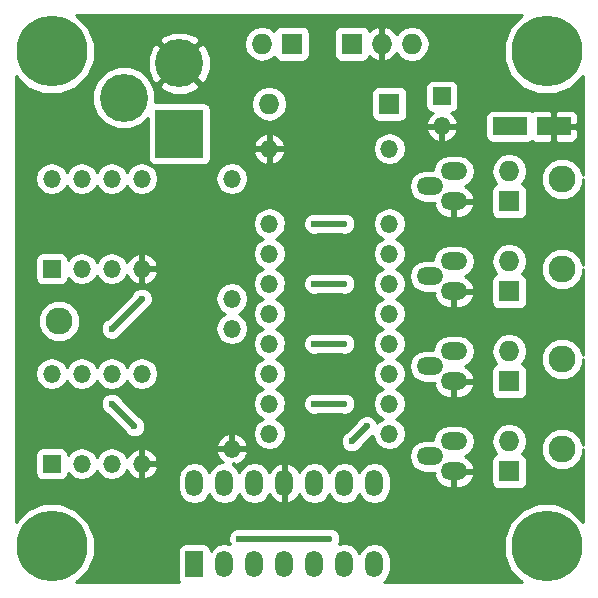
<source format=gbr>
G04 #@! TF.FileFunction,Copper,L2,Bot,Signal*
%FSLAX46Y46*%
G04 Gerber Fmt 4.6, Leading zero omitted, Abs format (unit mm)*
G04 Created by KiCad (PCBNEW 4.0.5+dfsg1-4~bpo8+1) date Sat Apr 22 17:10:37 2017*
%MOMM*%
%LPD*%
G01*
G04 APERTURE LIST*
%ADD10C,0.100000*%
%ADD11C,2.286000*%
%ADD12C,6.000000*%
%ADD13R,1.498600X1.498600*%
%ADD14O,1.498600X1.498600*%
%ADD15R,2.895600X1.498600*%
%ADD16R,1.752600X1.752600*%
%ADD17O,1.752600X1.752600*%
%ADD18O,2.247900X1.498600*%
%ADD19R,1.498600X2.247900*%
%ADD20O,1.498600X2.247900*%
%ADD21R,4.064000X4.064000*%
%ADD22C,4.064000*%
%ADD23C,0.600000*%
%ADD24C,0.508000*%
%ADD25C,0.254000*%
G04 APERTURE END LIST*
D10*
D11*
X122555000Y-90170000D03*
X165100000Y-100965000D03*
X165100000Y-93345000D03*
X165100000Y-85725000D03*
D12*
X163830000Y-109220000D03*
X121920000Y-109220000D03*
X163830000Y-67310000D03*
X121920000Y-67310000D03*
D13*
X154940000Y-71120000D03*
D14*
X154940000Y-73660000D03*
D15*
X160718500Y-73660000D03*
X164401500Y-73660000D03*
D16*
X160655000Y-80010000D03*
D17*
X160655000Y-77470000D03*
D16*
X160655000Y-87630000D03*
D17*
X160655000Y-85090000D03*
D16*
X160655000Y-95250000D03*
D17*
X160655000Y-92710000D03*
D16*
X160655000Y-102870000D03*
D17*
X160655000Y-100330000D03*
D16*
X142240000Y-66675000D03*
D17*
X139700000Y-66675000D03*
D18*
X155949650Y-80010000D03*
X153930350Y-78740000D03*
X155949650Y-77470000D03*
X155949650Y-87630000D03*
X153930350Y-86360000D03*
X155949650Y-85090000D03*
X155949650Y-95250000D03*
X153930350Y-93980000D03*
X155949650Y-92710000D03*
X155949650Y-102870000D03*
X153930350Y-101600000D03*
X155949650Y-100330000D03*
D14*
X137160000Y-78105000D03*
X137160000Y-88265000D03*
X137160000Y-90805000D03*
X137160000Y-100965000D03*
X150495000Y-75565000D03*
X140335000Y-75565000D03*
X150495000Y-81915000D03*
X140335000Y-81915000D03*
X150495000Y-86995000D03*
X140335000Y-86995000D03*
X140335000Y-84455000D03*
X150495000Y-84455000D03*
X140335000Y-89535000D03*
X150495000Y-89535000D03*
X150495000Y-92075000D03*
X140335000Y-92075000D03*
X150495000Y-97155000D03*
X140335000Y-97155000D03*
X140335000Y-94615000D03*
X150495000Y-94615000D03*
X140335000Y-99695000D03*
X150495000Y-99695000D03*
D16*
X147320000Y-66675000D03*
D17*
X149860000Y-66675000D03*
X152400000Y-66675000D03*
D19*
X133985000Y-110750350D03*
D20*
X136525000Y-110750350D03*
X139065000Y-110750350D03*
X141605000Y-110750350D03*
X141605000Y-103879650D03*
X139065000Y-103879650D03*
X136525000Y-103879650D03*
X133985000Y-103879650D03*
X144145000Y-110750350D03*
X146685000Y-110750350D03*
X149225000Y-110750350D03*
X144145000Y-103879650D03*
X146685000Y-103879650D03*
X149225000Y-103879650D03*
D13*
X121920000Y-102235000D03*
D14*
X124460000Y-102235000D03*
X127000000Y-102235000D03*
X129540000Y-102235000D03*
X129540000Y-94615000D03*
X127000000Y-94615000D03*
X121920000Y-94615000D03*
X124460000Y-94615000D03*
D13*
X121920000Y-85725000D03*
D14*
X124460000Y-85725000D03*
X127000000Y-85725000D03*
X129540000Y-85725000D03*
X129540000Y-78105000D03*
X127000000Y-78105000D03*
X121920000Y-78105000D03*
X124460000Y-78105000D03*
D11*
X165100000Y-78105000D03*
D16*
X150495000Y-71755000D03*
D17*
X140335000Y-71755000D03*
D21*
X132715000Y-74295000D03*
D22*
X132715000Y-68326000D03*
X128016000Y-71247000D03*
D23*
X146685000Y-81915000D03*
X144145000Y-81915000D03*
X127000000Y-97155000D03*
X128905000Y-99060000D03*
X137795000Y-108585000D03*
X145415000Y-108585000D03*
X127000000Y-90805000D03*
X129540000Y-88265000D03*
X144145000Y-86995000D03*
X146685000Y-86995000D03*
X147320000Y-100330000D03*
X148590000Y-99060000D03*
X146685000Y-92075000D03*
X144145000Y-92075000D03*
X146685000Y-97155000D03*
X144145000Y-97155000D03*
D24*
X146685000Y-81915000D02*
X144145000Y-81915000D01*
X128905000Y-99060000D02*
X127000000Y-97155000D01*
X145415000Y-108585000D02*
X137795000Y-108585000D01*
X129540000Y-88265000D02*
X127000000Y-90805000D01*
X146685000Y-86995000D02*
X144145000Y-86995000D01*
X148590000Y-99060000D02*
X147320000Y-100330000D01*
X146685000Y-92075000D02*
X144145000Y-92075000D01*
X146685000Y-97155000D02*
X144145000Y-97155000D01*
D25*
G36*
X160750194Y-65248249D02*
X160195632Y-66583782D01*
X160194370Y-68029874D01*
X160746600Y-69366372D01*
X161768249Y-70389806D01*
X163103782Y-70944368D01*
X164549874Y-70945630D01*
X165886372Y-70393400D01*
X166878000Y-69403502D01*
X166878000Y-77752141D01*
X166608194Y-77099160D01*
X166108471Y-76598564D01*
X165455218Y-76327309D01*
X164747886Y-76326692D01*
X164094160Y-76596806D01*
X163593564Y-77096529D01*
X163322309Y-77749782D01*
X163321692Y-78457114D01*
X163591806Y-79110840D01*
X164091529Y-79611436D01*
X164744782Y-79882691D01*
X165452114Y-79883308D01*
X166105840Y-79613194D01*
X166606436Y-79113471D01*
X166877691Y-78460218D01*
X166878000Y-78105979D01*
X166878000Y-85372141D01*
X166608194Y-84719160D01*
X166108471Y-84218564D01*
X165455218Y-83947309D01*
X164747886Y-83946692D01*
X164094160Y-84216806D01*
X163593564Y-84716529D01*
X163322309Y-85369782D01*
X163321692Y-86077114D01*
X163591806Y-86730840D01*
X164091529Y-87231436D01*
X164744782Y-87502691D01*
X165452114Y-87503308D01*
X166105840Y-87233194D01*
X166606436Y-86733471D01*
X166877691Y-86080218D01*
X166878000Y-85725979D01*
X166878000Y-92992141D01*
X166608194Y-92339160D01*
X166108471Y-91838564D01*
X165455218Y-91567309D01*
X164747886Y-91566692D01*
X164094160Y-91836806D01*
X163593564Y-92336529D01*
X163322309Y-92989782D01*
X163321692Y-93697114D01*
X163591806Y-94350840D01*
X164091529Y-94851436D01*
X164744782Y-95122691D01*
X165452114Y-95123308D01*
X166105840Y-94853194D01*
X166606436Y-94353471D01*
X166877691Y-93700218D01*
X166878000Y-93345979D01*
X166878000Y-100612141D01*
X166608194Y-99959160D01*
X166108471Y-99458564D01*
X165455218Y-99187309D01*
X164747886Y-99186692D01*
X164094160Y-99456806D01*
X163593564Y-99956529D01*
X163322309Y-100609782D01*
X163321692Y-101317114D01*
X163591806Y-101970840D01*
X164091529Y-102471436D01*
X164744782Y-102742691D01*
X165452114Y-102743308D01*
X166105840Y-102473194D01*
X166606436Y-101973471D01*
X166877691Y-101320218D01*
X166878000Y-100965979D01*
X166878000Y-107128166D01*
X165891751Y-106140194D01*
X164556218Y-105585632D01*
X163110126Y-105584370D01*
X161773628Y-106136600D01*
X160750194Y-107158249D01*
X160195632Y-108493782D01*
X160194370Y-109939874D01*
X160746600Y-111276372D01*
X161736498Y-112268000D01*
X150009750Y-112268000D01*
X150203848Y-112138308D01*
X150503926Y-111689209D01*
X150609300Y-111159460D01*
X150609300Y-110341240D01*
X150503926Y-109811491D01*
X150203848Y-109362392D01*
X149754749Y-109062314D01*
X149225000Y-108956940D01*
X148695251Y-109062314D01*
X148246152Y-109362392D01*
X147955000Y-109798132D01*
X147663848Y-109362392D01*
X147214749Y-109062314D01*
X146685000Y-108956940D01*
X146235863Y-109046279D01*
X146349838Y-108771799D01*
X146350162Y-108399833D01*
X146208117Y-108056057D01*
X145945327Y-107792808D01*
X145601799Y-107650162D01*
X145229833Y-107649838D01*
X145118112Y-107696000D01*
X138092189Y-107696000D01*
X137981799Y-107650162D01*
X137609833Y-107649838D01*
X137266057Y-107791883D01*
X137002808Y-108054673D01*
X136860162Y-108398201D01*
X136859838Y-108770167D01*
X136973906Y-109046233D01*
X136525000Y-108956940D01*
X135995251Y-109062314D01*
X135546152Y-109362392D01*
X135379105Y-109612396D01*
X135337462Y-109391083D01*
X135198390Y-109174959D01*
X134986190Y-109029969D01*
X134734300Y-108978960D01*
X133235700Y-108978960D01*
X133000383Y-109023238D01*
X132784259Y-109162310D01*
X132639269Y-109374510D01*
X132588260Y-109626400D01*
X132588260Y-111874300D01*
X132632538Y-112109617D01*
X132734455Y-112268000D01*
X124011834Y-112268000D01*
X124999806Y-111281751D01*
X125554368Y-109946218D01*
X125555630Y-108500126D01*
X125003400Y-107163628D01*
X123981751Y-106140194D01*
X122646218Y-105585632D01*
X121200126Y-105584370D01*
X119863628Y-106136600D01*
X118872000Y-107126498D01*
X118872000Y-101485700D01*
X120523260Y-101485700D01*
X120523260Y-102984300D01*
X120567538Y-103219617D01*
X120706610Y-103435741D01*
X120918810Y-103580731D01*
X121170700Y-103631740D01*
X122669300Y-103631740D01*
X122904617Y-103587462D01*
X123120741Y-103448390D01*
X123265731Y-103236190D01*
X123312998Y-103002776D01*
X123454032Y-103213848D01*
X123903131Y-103513926D01*
X124432880Y-103619300D01*
X124487120Y-103619300D01*
X125016869Y-103513926D01*
X125465968Y-103213848D01*
X125730000Y-102818696D01*
X125994032Y-103213848D01*
X126443131Y-103513926D01*
X126972880Y-103619300D01*
X127027120Y-103619300D01*
X127556869Y-103513926D01*
X128005968Y-103213848D01*
X128287820Y-102792026D01*
X128350144Y-102942501D01*
X128711465Y-103343984D01*
X129198923Y-103576634D01*
X129413000Y-103454722D01*
X129413000Y-102362000D01*
X129667000Y-102362000D01*
X129667000Y-103454722D01*
X129881077Y-103576634D01*
X130103369Y-103470540D01*
X132600700Y-103470540D01*
X132600700Y-104288760D01*
X132706074Y-104818509D01*
X133006152Y-105267608D01*
X133455251Y-105567686D01*
X133985000Y-105673060D01*
X134514749Y-105567686D01*
X134963848Y-105267608D01*
X135255000Y-104831868D01*
X135546152Y-105267608D01*
X135995251Y-105567686D01*
X136525000Y-105673060D01*
X137054749Y-105567686D01*
X137503848Y-105267608D01*
X137795000Y-104831868D01*
X138086152Y-105267608D01*
X138535251Y-105567686D01*
X139065000Y-105673060D01*
X139594749Y-105567686D01*
X140043848Y-105267608D01*
X140343926Y-104818509D01*
X140346423Y-104805957D01*
X140374674Y-104901381D01*
X140715954Y-105322950D01*
X141192583Y-105581827D01*
X141263925Y-105595924D01*
X141478000Y-105473252D01*
X141478000Y-104006650D01*
X141458000Y-104006650D01*
X141458000Y-103752650D01*
X141478000Y-103752650D01*
X141478000Y-102286048D01*
X141732000Y-102286048D01*
X141732000Y-103752650D01*
X141752000Y-103752650D01*
X141752000Y-104006650D01*
X141732000Y-104006650D01*
X141732000Y-105473252D01*
X141946075Y-105595924D01*
X142017417Y-105581827D01*
X142494046Y-105322950D01*
X142835326Y-104901381D01*
X142863577Y-104805957D01*
X142866074Y-104818509D01*
X143166152Y-105267608D01*
X143615251Y-105567686D01*
X144145000Y-105673060D01*
X144674749Y-105567686D01*
X145123848Y-105267608D01*
X145415000Y-104831868D01*
X145706152Y-105267608D01*
X146155251Y-105567686D01*
X146685000Y-105673060D01*
X147214749Y-105567686D01*
X147663848Y-105267608D01*
X147955000Y-104831868D01*
X148246152Y-105267608D01*
X148695251Y-105567686D01*
X149225000Y-105673060D01*
X149754749Y-105567686D01*
X150203848Y-105267608D01*
X150503926Y-104818509D01*
X150609300Y-104288760D01*
X150609300Y-103470540D01*
X150503926Y-102940791D01*
X150203848Y-102491692D01*
X149754749Y-102191614D01*
X149225000Y-102086240D01*
X148695251Y-102191614D01*
X148246152Y-102491692D01*
X147955000Y-102927432D01*
X147663848Y-102491692D01*
X147214749Y-102191614D01*
X146685000Y-102086240D01*
X146155251Y-102191614D01*
X145706152Y-102491692D01*
X145415000Y-102927432D01*
X145123848Y-102491692D01*
X144674749Y-102191614D01*
X144145000Y-102086240D01*
X143615251Y-102191614D01*
X143166152Y-102491692D01*
X142866074Y-102940791D01*
X142863577Y-102953343D01*
X142835326Y-102857919D01*
X142494046Y-102436350D01*
X142017417Y-102177473D01*
X141946075Y-102163376D01*
X141732000Y-102286048D01*
X141478000Y-102286048D01*
X141263925Y-102163376D01*
X141192583Y-102177473D01*
X140715954Y-102436350D01*
X140374674Y-102857919D01*
X140346423Y-102953343D01*
X140343926Y-102940791D01*
X140043848Y-102491692D01*
X139594749Y-102191614D01*
X139065000Y-102086240D01*
X138535251Y-102191614D01*
X138086152Y-102491692D01*
X137795000Y-102927432D01*
X137503848Y-102491692D01*
X137287002Y-102346800D01*
X137287002Y-102183953D01*
X137501075Y-102306624D01*
X137867501Y-102154856D01*
X138268984Y-101793535D01*
X138361352Y-101600000D01*
X152136940Y-101600000D01*
X152242314Y-102129749D01*
X152542392Y-102578848D01*
X152991491Y-102878926D01*
X153521240Y-102984300D01*
X154190700Y-102984300D01*
X154190700Y-102997002D01*
X154356047Y-102997002D01*
X154233376Y-103211075D01*
X154247473Y-103282417D01*
X154506350Y-103759046D01*
X154927919Y-104100326D01*
X155448000Y-104254300D01*
X155822650Y-104254300D01*
X155822650Y-102997000D01*
X156076650Y-102997000D01*
X156076650Y-104254300D01*
X156451300Y-104254300D01*
X156971381Y-104100326D01*
X157392950Y-103759046D01*
X157651827Y-103282417D01*
X157665924Y-103211075D01*
X157543252Y-102997000D01*
X156076650Y-102997000D01*
X155822650Y-102997000D01*
X155802650Y-102997000D01*
X155802650Y-102743000D01*
X155822650Y-102743000D01*
X155822650Y-102723000D01*
X156076650Y-102723000D01*
X156076650Y-102743000D01*
X157543252Y-102743000D01*
X157665924Y-102528925D01*
X157651827Y-102457583D01*
X157399873Y-101993700D01*
X159131260Y-101993700D01*
X159131260Y-103746300D01*
X159175538Y-103981617D01*
X159314610Y-104197741D01*
X159526810Y-104342731D01*
X159778700Y-104393740D01*
X161531300Y-104393740D01*
X161766617Y-104349462D01*
X161982741Y-104210390D01*
X162127731Y-103998190D01*
X162178740Y-103746300D01*
X162178740Y-101993700D01*
X162134462Y-101758383D01*
X161995390Y-101542259D01*
X161783190Y-101397269D01*
X161748985Y-101390342D01*
X162051259Y-100937957D01*
X162166300Y-100359608D01*
X162166300Y-100300392D01*
X162051259Y-99722043D01*
X161723650Y-99231742D01*
X161233349Y-98904133D01*
X160655000Y-98789092D01*
X160076651Y-98904133D01*
X159586350Y-99231742D01*
X159258741Y-99722043D01*
X159143700Y-100300392D01*
X159143700Y-100359608D01*
X159258741Y-100937957D01*
X159559162Y-101387569D01*
X159543383Y-101390538D01*
X159327259Y-101529610D01*
X159182269Y-101741810D01*
X159131260Y-101993700D01*
X157399873Y-101993700D01*
X157392950Y-101980954D01*
X156971381Y-101639674D01*
X156875957Y-101611423D01*
X156888509Y-101608926D01*
X157337608Y-101308848D01*
X157637686Y-100859749D01*
X157743060Y-100330000D01*
X157637686Y-99800251D01*
X157337608Y-99351152D01*
X156888509Y-99051074D01*
X156358760Y-98945700D01*
X155540540Y-98945700D01*
X155010791Y-99051074D01*
X154561692Y-99351152D01*
X154261614Y-99800251D01*
X154178976Y-100215700D01*
X153521240Y-100215700D01*
X152991491Y-100321074D01*
X152542392Y-100621152D01*
X152242314Y-101070251D01*
X152136940Y-101600000D01*
X138361352Y-101600000D01*
X138501634Y-101306077D01*
X138379722Y-101092000D01*
X137287000Y-101092000D01*
X137287000Y-101112000D01*
X137033000Y-101112000D01*
X137033000Y-101092000D01*
X135940278Y-101092000D01*
X135818366Y-101306077D01*
X136051016Y-101793535D01*
X136403181Y-102110471D01*
X135995251Y-102191614D01*
X135546152Y-102491692D01*
X135255000Y-102927432D01*
X134963848Y-102491692D01*
X134514749Y-102191614D01*
X133985000Y-102086240D01*
X133455251Y-102191614D01*
X133006152Y-102491692D01*
X132706074Y-102940791D01*
X132600700Y-103470540D01*
X130103369Y-103470540D01*
X130368535Y-103343984D01*
X130729856Y-102942501D01*
X130881624Y-102576075D01*
X130758952Y-102362000D01*
X129667000Y-102362000D01*
X129413000Y-102362000D01*
X129393000Y-102362000D01*
X129393000Y-102108000D01*
X129413000Y-102108000D01*
X129413000Y-101015278D01*
X129667000Y-101015278D01*
X129667000Y-102108000D01*
X130758952Y-102108000D01*
X130881624Y-101893925D01*
X130729856Y-101527499D01*
X130368535Y-101126016D01*
X129881077Y-100893366D01*
X129667000Y-101015278D01*
X129413000Y-101015278D01*
X129198923Y-100893366D01*
X128711465Y-101126016D01*
X128350144Y-101527499D01*
X128287820Y-101677974D01*
X128005968Y-101256152D01*
X127556869Y-100956074D01*
X127027120Y-100850700D01*
X126972880Y-100850700D01*
X126443131Y-100956074D01*
X125994032Y-101256152D01*
X125730000Y-101651304D01*
X125465968Y-101256152D01*
X125016869Y-100956074D01*
X124487120Y-100850700D01*
X124432880Y-100850700D01*
X123903131Y-100956074D01*
X123454032Y-101256152D01*
X123313205Y-101466914D01*
X123272462Y-101250383D01*
X123133390Y-101034259D01*
X122921190Y-100889269D01*
X122669300Y-100838260D01*
X121170700Y-100838260D01*
X120935383Y-100882538D01*
X120719259Y-101021610D01*
X120574269Y-101233810D01*
X120523260Y-101485700D01*
X118872000Y-101485700D01*
X118872000Y-100623923D01*
X135818366Y-100623923D01*
X135940278Y-100838000D01*
X137033000Y-100838000D01*
X137033000Y-99746048D01*
X137287000Y-99746048D01*
X137287000Y-100838000D01*
X138379722Y-100838000D01*
X138501634Y-100623923D01*
X138268984Y-100136465D01*
X137867501Y-99775144D01*
X137501075Y-99623376D01*
X137287000Y-99746048D01*
X137033000Y-99746048D01*
X136818925Y-99623376D01*
X136452499Y-99775144D01*
X136051016Y-100136465D01*
X135818366Y-100623923D01*
X118872000Y-100623923D01*
X118872000Y-97340167D01*
X126064838Y-97340167D01*
X126206883Y-97683943D01*
X126469673Y-97947192D01*
X126581313Y-97993549D01*
X128066238Y-99478474D01*
X128111883Y-99588943D01*
X128374673Y-99852192D01*
X128718201Y-99994838D01*
X129090167Y-99995162D01*
X129433943Y-99853117D01*
X129697192Y-99590327D01*
X129839838Y-99246799D01*
X129840162Y-98874833D01*
X129698117Y-98531057D01*
X129435327Y-98267808D01*
X129323687Y-98221451D01*
X127838762Y-96736526D01*
X127793117Y-96626057D01*
X127530327Y-96362808D01*
X127186799Y-96220162D01*
X126814833Y-96219838D01*
X126471057Y-96361883D01*
X126207808Y-96624673D01*
X126065162Y-96968201D01*
X126064838Y-97340167D01*
X118872000Y-97340167D01*
X118872000Y-94615000D01*
X120508580Y-94615000D01*
X120613954Y-95144749D01*
X120914032Y-95593848D01*
X121363131Y-95893926D01*
X121892880Y-95999300D01*
X121947120Y-95999300D01*
X122476869Y-95893926D01*
X122925968Y-95593848D01*
X123190000Y-95198696D01*
X123454032Y-95593848D01*
X123903131Y-95893926D01*
X124432880Y-95999300D01*
X124487120Y-95999300D01*
X125016869Y-95893926D01*
X125465968Y-95593848D01*
X125730000Y-95198696D01*
X125994032Y-95593848D01*
X126443131Y-95893926D01*
X126972880Y-95999300D01*
X127027120Y-95999300D01*
X127556869Y-95893926D01*
X128005968Y-95593848D01*
X128270000Y-95198696D01*
X128534032Y-95593848D01*
X128983131Y-95893926D01*
X129512880Y-95999300D01*
X129567120Y-95999300D01*
X130096869Y-95893926D01*
X130545968Y-95593848D01*
X130846046Y-95144749D01*
X130951420Y-94615000D01*
X130846046Y-94085251D01*
X130545968Y-93636152D01*
X130096869Y-93336074D01*
X129567120Y-93230700D01*
X129512880Y-93230700D01*
X128983131Y-93336074D01*
X128534032Y-93636152D01*
X128270000Y-94031304D01*
X128005968Y-93636152D01*
X127556869Y-93336074D01*
X127027120Y-93230700D01*
X126972880Y-93230700D01*
X126443131Y-93336074D01*
X125994032Y-93636152D01*
X125730000Y-94031304D01*
X125465968Y-93636152D01*
X125016869Y-93336074D01*
X124487120Y-93230700D01*
X124432880Y-93230700D01*
X123903131Y-93336074D01*
X123454032Y-93636152D01*
X123190000Y-94031304D01*
X122925968Y-93636152D01*
X122476869Y-93336074D01*
X121947120Y-93230700D01*
X121892880Y-93230700D01*
X121363131Y-93336074D01*
X120914032Y-93636152D01*
X120613954Y-94085251D01*
X120508580Y-94615000D01*
X118872000Y-94615000D01*
X118872000Y-90522114D01*
X120776692Y-90522114D01*
X121046806Y-91175840D01*
X121546529Y-91676436D01*
X122199782Y-91947691D01*
X122907114Y-91948308D01*
X123560840Y-91678194D01*
X124061436Y-91178471D01*
X124139626Y-90990167D01*
X126064838Y-90990167D01*
X126206883Y-91333943D01*
X126469673Y-91597192D01*
X126813201Y-91739838D01*
X127185167Y-91740162D01*
X127528943Y-91598117D01*
X127792192Y-91335327D01*
X127838549Y-91223687D01*
X129958474Y-89103762D01*
X130068943Y-89058117D01*
X130332192Y-88795327D01*
X130474838Y-88451799D01*
X130475024Y-88237880D01*
X135775700Y-88237880D01*
X135775700Y-88292120D01*
X135881074Y-88821869D01*
X136181152Y-89270968D01*
X136576304Y-89535000D01*
X136181152Y-89799032D01*
X135881074Y-90248131D01*
X135775700Y-90777880D01*
X135775700Y-90832120D01*
X135881074Y-91361869D01*
X136181152Y-91810968D01*
X136630251Y-92111046D01*
X137160000Y-92216420D01*
X137689749Y-92111046D01*
X138138848Y-91810968D01*
X138438926Y-91361869D01*
X138544300Y-90832120D01*
X138544300Y-90777880D01*
X138438926Y-90248131D01*
X138138848Y-89799032D01*
X137743696Y-89535000D01*
X138138848Y-89270968D01*
X138438926Y-88821869D01*
X138544300Y-88292120D01*
X138544300Y-88237880D01*
X138438926Y-87708131D01*
X138138848Y-87259032D01*
X137689749Y-86958954D01*
X137160000Y-86853580D01*
X136630251Y-86958954D01*
X136181152Y-87259032D01*
X135881074Y-87708131D01*
X135775700Y-88237880D01*
X130475024Y-88237880D01*
X130475162Y-88079833D01*
X130333117Y-87736057D01*
X130070327Y-87472808D01*
X129726799Y-87330162D01*
X129354833Y-87329838D01*
X129011057Y-87471883D01*
X128747808Y-87734673D01*
X128701451Y-87846313D01*
X126581526Y-89966238D01*
X126471057Y-90011883D01*
X126207808Y-90274673D01*
X126065162Y-90618201D01*
X126064838Y-90990167D01*
X124139626Y-90990167D01*
X124332691Y-90525218D01*
X124333308Y-89817886D01*
X124063194Y-89164160D01*
X123563471Y-88663564D01*
X122910218Y-88392309D01*
X122202886Y-88391692D01*
X121549160Y-88661806D01*
X121048564Y-89161529D01*
X120777309Y-89814782D01*
X120776692Y-90522114D01*
X118872000Y-90522114D01*
X118872000Y-84975700D01*
X120523260Y-84975700D01*
X120523260Y-86474300D01*
X120567538Y-86709617D01*
X120706610Y-86925741D01*
X120918810Y-87070731D01*
X121170700Y-87121740D01*
X122669300Y-87121740D01*
X122904617Y-87077462D01*
X123120741Y-86938390D01*
X123265731Y-86726190D01*
X123312998Y-86492776D01*
X123454032Y-86703848D01*
X123903131Y-87003926D01*
X124432880Y-87109300D01*
X124487120Y-87109300D01*
X125016869Y-87003926D01*
X125465968Y-86703848D01*
X125730000Y-86308696D01*
X125994032Y-86703848D01*
X126443131Y-87003926D01*
X126972880Y-87109300D01*
X127027120Y-87109300D01*
X127556869Y-87003926D01*
X128005968Y-86703848D01*
X128287820Y-86282026D01*
X128350144Y-86432501D01*
X128711465Y-86833984D01*
X129198923Y-87066634D01*
X129413000Y-86944722D01*
X129413000Y-85852000D01*
X129667000Y-85852000D01*
X129667000Y-86944722D01*
X129881077Y-87066634D01*
X130368535Y-86833984D01*
X130729856Y-86432501D01*
X130881624Y-86066075D01*
X130758952Y-85852000D01*
X129667000Y-85852000D01*
X129413000Y-85852000D01*
X129393000Y-85852000D01*
X129393000Y-85598000D01*
X129413000Y-85598000D01*
X129413000Y-84505278D01*
X129667000Y-84505278D01*
X129667000Y-85598000D01*
X130758952Y-85598000D01*
X130881624Y-85383925D01*
X130729856Y-85017499D01*
X130368535Y-84616016D01*
X129881077Y-84383366D01*
X129667000Y-84505278D01*
X129413000Y-84505278D01*
X129198923Y-84383366D01*
X128711465Y-84616016D01*
X128350144Y-85017499D01*
X128287820Y-85167974D01*
X128005968Y-84746152D01*
X127556869Y-84446074D01*
X127027120Y-84340700D01*
X126972880Y-84340700D01*
X126443131Y-84446074D01*
X125994032Y-84746152D01*
X125730000Y-85141304D01*
X125465968Y-84746152D01*
X125016869Y-84446074D01*
X124487120Y-84340700D01*
X124432880Y-84340700D01*
X123903131Y-84446074D01*
X123454032Y-84746152D01*
X123313205Y-84956914D01*
X123272462Y-84740383D01*
X123133390Y-84524259D01*
X122921190Y-84379269D01*
X122669300Y-84328260D01*
X121170700Y-84328260D01*
X120935383Y-84372538D01*
X120719259Y-84511610D01*
X120574269Y-84723810D01*
X120523260Y-84975700D01*
X118872000Y-84975700D01*
X118872000Y-81915000D01*
X138923580Y-81915000D01*
X139028954Y-82444749D01*
X139329032Y-82893848D01*
X139764772Y-83185000D01*
X139329032Y-83476152D01*
X139028954Y-83925251D01*
X138923580Y-84455000D01*
X139028954Y-84984749D01*
X139329032Y-85433848D01*
X139764772Y-85725000D01*
X139329032Y-86016152D01*
X139028954Y-86465251D01*
X138923580Y-86995000D01*
X139028954Y-87524749D01*
X139329032Y-87973848D01*
X139764772Y-88265000D01*
X139329032Y-88556152D01*
X139028954Y-89005251D01*
X138923580Y-89535000D01*
X139028954Y-90064749D01*
X139329032Y-90513848D01*
X139764772Y-90805000D01*
X139329032Y-91096152D01*
X139028954Y-91545251D01*
X138923580Y-92075000D01*
X139028954Y-92604749D01*
X139329032Y-93053848D01*
X139764772Y-93345000D01*
X139329032Y-93636152D01*
X139028954Y-94085251D01*
X138923580Y-94615000D01*
X139028954Y-95144749D01*
X139329032Y-95593848D01*
X139764772Y-95885000D01*
X139329032Y-96176152D01*
X139028954Y-96625251D01*
X138923580Y-97155000D01*
X139028954Y-97684749D01*
X139329032Y-98133848D01*
X139764772Y-98425000D01*
X139329032Y-98716152D01*
X139028954Y-99165251D01*
X138923580Y-99695000D01*
X139028954Y-100224749D01*
X139329032Y-100673848D01*
X139778131Y-100973926D01*
X140307880Y-101079300D01*
X140362120Y-101079300D01*
X140891869Y-100973926D01*
X141340968Y-100673848D01*
X141446995Y-100515167D01*
X146384838Y-100515167D01*
X146526883Y-100858943D01*
X146789673Y-101122192D01*
X147133201Y-101264838D01*
X147505167Y-101265162D01*
X147848943Y-101123117D01*
X148112192Y-100860327D01*
X148158549Y-100748687D01*
X149008474Y-99898762D01*
X149115329Y-99854610D01*
X149188954Y-100224749D01*
X149489032Y-100673848D01*
X149938131Y-100973926D01*
X150467880Y-101079300D01*
X150522120Y-101079300D01*
X151051869Y-100973926D01*
X151500968Y-100673848D01*
X151801046Y-100224749D01*
X151906420Y-99695000D01*
X151801046Y-99165251D01*
X151500968Y-98716152D01*
X151065228Y-98425000D01*
X151500968Y-98133848D01*
X151801046Y-97684749D01*
X151906420Y-97155000D01*
X151801046Y-96625251D01*
X151500968Y-96176152D01*
X151065228Y-95885000D01*
X151500968Y-95593848D01*
X151801046Y-95144749D01*
X151906420Y-94615000D01*
X151801046Y-94085251D01*
X151730720Y-93980000D01*
X152136940Y-93980000D01*
X152242314Y-94509749D01*
X152542392Y-94958848D01*
X152991491Y-95258926D01*
X153521240Y-95364300D01*
X154190700Y-95364300D01*
X154190700Y-95377002D01*
X154356047Y-95377002D01*
X154233376Y-95591075D01*
X154247473Y-95662417D01*
X154506350Y-96139046D01*
X154927919Y-96480326D01*
X155448000Y-96634300D01*
X155822650Y-96634300D01*
X155822650Y-95377000D01*
X156076650Y-95377000D01*
X156076650Y-96634300D01*
X156451300Y-96634300D01*
X156971381Y-96480326D01*
X157392950Y-96139046D01*
X157651827Y-95662417D01*
X157665924Y-95591075D01*
X157543252Y-95377000D01*
X156076650Y-95377000D01*
X155822650Y-95377000D01*
X155802650Y-95377000D01*
X155802650Y-95123000D01*
X155822650Y-95123000D01*
X155822650Y-95103000D01*
X156076650Y-95103000D01*
X156076650Y-95123000D01*
X157543252Y-95123000D01*
X157665924Y-94908925D01*
X157651827Y-94837583D01*
X157399873Y-94373700D01*
X159131260Y-94373700D01*
X159131260Y-96126300D01*
X159175538Y-96361617D01*
X159314610Y-96577741D01*
X159526810Y-96722731D01*
X159778700Y-96773740D01*
X161531300Y-96773740D01*
X161766617Y-96729462D01*
X161982741Y-96590390D01*
X162127731Y-96378190D01*
X162178740Y-96126300D01*
X162178740Y-94373700D01*
X162134462Y-94138383D01*
X161995390Y-93922259D01*
X161783190Y-93777269D01*
X161748985Y-93770342D01*
X162051259Y-93317957D01*
X162166300Y-92739608D01*
X162166300Y-92680392D01*
X162051259Y-92102043D01*
X161723650Y-91611742D01*
X161233349Y-91284133D01*
X160655000Y-91169092D01*
X160076651Y-91284133D01*
X159586350Y-91611742D01*
X159258741Y-92102043D01*
X159143700Y-92680392D01*
X159143700Y-92739608D01*
X159258741Y-93317957D01*
X159559162Y-93767569D01*
X159543383Y-93770538D01*
X159327259Y-93909610D01*
X159182269Y-94121810D01*
X159131260Y-94373700D01*
X157399873Y-94373700D01*
X157392950Y-94360954D01*
X156971381Y-94019674D01*
X156875957Y-93991423D01*
X156888509Y-93988926D01*
X157337608Y-93688848D01*
X157637686Y-93239749D01*
X157743060Y-92710000D01*
X157637686Y-92180251D01*
X157337608Y-91731152D01*
X156888509Y-91431074D01*
X156358760Y-91325700D01*
X155540540Y-91325700D01*
X155010791Y-91431074D01*
X154561692Y-91731152D01*
X154261614Y-92180251D01*
X154178976Y-92595700D01*
X153521240Y-92595700D01*
X152991491Y-92701074D01*
X152542392Y-93001152D01*
X152242314Y-93450251D01*
X152136940Y-93980000D01*
X151730720Y-93980000D01*
X151500968Y-93636152D01*
X151065228Y-93345000D01*
X151500968Y-93053848D01*
X151801046Y-92604749D01*
X151906420Y-92075000D01*
X151801046Y-91545251D01*
X151500968Y-91096152D01*
X151065228Y-90805000D01*
X151500968Y-90513848D01*
X151801046Y-90064749D01*
X151906420Y-89535000D01*
X151801046Y-89005251D01*
X151500968Y-88556152D01*
X151065228Y-88265000D01*
X151500968Y-87973848D01*
X151801046Y-87524749D01*
X151906420Y-86995000D01*
X151801046Y-86465251D01*
X151730720Y-86360000D01*
X152136940Y-86360000D01*
X152242314Y-86889749D01*
X152542392Y-87338848D01*
X152991491Y-87638926D01*
X153521240Y-87744300D01*
X154190700Y-87744300D01*
X154190700Y-87757002D01*
X154356047Y-87757002D01*
X154233376Y-87971075D01*
X154247473Y-88042417D01*
X154506350Y-88519046D01*
X154927919Y-88860326D01*
X155448000Y-89014300D01*
X155822650Y-89014300D01*
X155822650Y-87757000D01*
X156076650Y-87757000D01*
X156076650Y-89014300D01*
X156451300Y-89014300D01*
X156971381Y-88860326D01*
X157392950Y-88519046D01*
X157651827Y-88042417D01*
X157665924Y-87971075D01*
X157543252Y-87757000D01*
X156076650Y-87757000D01*
X155822650Y-87757000D01*
X155802650Y-87757000D01*
X155802650Y-87503000D01*
X155822650Y-87503000D01*
X155822650Y-87483000D01*
X156076650Y-87483000D01*
X156076650Y-87503000D01*
X157543252Y-87503000D01*
X157665924Y-87288925D01*
X157651827Y-87217583D01*
X157399873Y-86753700D01*
X159131260Y-86753700D01*
X159131260Y-88506300D01*
X159175538Y-88741617D01*
X159314610Y-88957741D01*
X159526810Y-89102731D01*
X159778700Y-89153740D01*
X161531300Y-89153740D01*
X161766617Y-89109462D01*
X161982741Y-88970390D01*
X162127731Y-88758190D01*
X162178740Y-88506300D01*
X162178740Y-86753700D01*
X162134462Y-86518383D01*
X161995390Y-86302259D01*
X161783190Y-86157269D01*
X161748985Y-86150342D01*
X162051259Y-85697957D01*
X162166300Y-85119608D01*
X162166300Y-85060392D01*
X162051259Y-84482043D01*
X161723650Y-83991742D01*
X161233349Y-83664133D01*
X160655000Y-83549092D01*
X160076651Y-83664133D01*
X159586350Y-83991742D01*
X159258741Y-84482043D01*
X159143700Y-85060392D01*
X159143700Y-85119608D01*
X159258741Y-85697957D01*
X159559162Y-86147569D01*
X159543383Y-86150538D01*
X159327259Y-86289610D01*
X159182269Y-86501810D01*
X159131260Y-86753700D01*
X157399873Y-86753700D01*
X157392950Y-86740954D01*
X156971381Y-86399674D01*
X156875957Y-86371423D01*
X156888509Y-86368926D01*
X157337608Y-86068848D01*
X157637686Y-85619749D01*
X157743060Y-85090000D01*
X157637686Y-84560251D01*
X157337608Y-84111152D01*
X156888509Y-83811074D01*
X156358760Y-83705700D01*
X155540540Y-83705700D01*
X155010791Y-83811074D01*
X154561692Y-84111152D01*
X154261614Y-84560251D01*
X154178976Y-84975700D01*
X153521240Y-84975700D01*
X152991491Y-85081074D01*
X152542392Y-85381152D01*
X152242314Y-85830251D01*
X152136940Y-86360000D01*
X151730720Y-86360000D01*
X151500968Y-86016152D01*
X151065228Y-85725000D01*
X151500968Y-85433848D01*
X151801046Y-84984749D01*
X151906420Y-84455000D01*
X151801046Y-83925251D01*
X151500968Y-83476152D01*
X151065228Y-83185000D01*
X151500968Y-82893848D01*
X151801046Y-82444749D01*
X151906420Y-81915000D01*
X151801046Y-81385251D01*
X151500968Y-80936152D01*
X151051869Y-80636074D01*
X150522120Y-80530700D01*
X150467880Y-80530700D01*
X149938131Y-80636074D01*
X149489032Y-80936152D01*
X149188954Y-81385251D01*
X149083580Y-81915000D01*
X149188954Y-82444749D01*
X149489032Y-82893848D01*
X149924772Y-83185000D01*
X149489032Y-83476152D01*
X149188954Y-83925251D01*
X149083580Y-84455000D01*
X149188954Y-84984749D01*
X149489032Y-85433848D01*
X149924772Y-85725000D01*
X149489032Y-86016152D01*
X149188954Y-86465251D01*
X149083580Y-86995000D01*
X149188954Y-87524749D01*
X149489032Y-87973848D01*
X149924772Y-88265000D01*
X149489032Y-88556152D01*
X149188954Y-89005251D01*
X149083580Y-89535000D01*
X149188954Y-90064749D01*
X149489032Y-90513848D01*
X149924772Y-90805000D01*
X149489032Y-91096152D01*
X149188954Y-91545251D01*
X149083580Y-92075000D01*
X149188954Y-92604749D01*
X149489032Y-93053848D01*
X149924772Y-93345000D01*
X149489032Y-93636152D01*
X149188954Y-94085251D01*
X149083580Y-94615000D01*
X149188954Y-95144749D01*
X149489032Y-95593848D01*
X149924772Y-95885000D01*
X149489032Y-96176152D01*
X149188954Y-96625251D01*
X149083580Y-97155000D01*
X149188954Y-97684749D01*
X149489032Y-98133848D01*
X149924772Y-98425000D01*
X149489032Y-98716152D01*
X149470844Y-98743373D01*
X149383117Y-98531057D01*
X149120327Y-98267808D01*
X148776799Y-98125162D01*
X148404833Y-98124838D01*
X148061057Y-98266883D01*
X147797808Y-98529673D01*
X147751451Y-98641313D01*
X146901526Y-99491238D01*
X146791057Y-99536883D01*
X146527808Y-99799673D01*
X146385162Y-100143201D01*
X146384838Y-100515167D01*
X141446995Y-100515167D01*
X141641046Y-100224749D01*
X141746420Y-99695000D01*
X141641046Y-99165251D01*
X141340968Y-98716152D01*
X140905228Y-98425000D01*
X141340968Y-98133848D01*
X141641046Y-97684749D01*
X141709587Y-97340167D01*
X143209838Y-97340167D01*
X143351883Y-97683943D01*
X143614673Y-97947192D01*
X143958201Y-98089838D01*
X144330167Y-98090162D01*
X144441888Y-98044000D01*
X146387811Y-98044000D01*
X146498201Y-98089838D01*
X146870167Y-98090162D01*
X147213943Y-97948117D01*
X147477192Y-97685327D01*
X147619838Y-97341799D01*
X147620162Y-96969833D01*
X147478117Y-96626057D01*
X147215327Y-96362808D01*
X146871799Y-96220162D01*
X146499833Y-96219838D01*
X146388112Y-96266000D01*
X144442189Y-96266000D01*
X144331799Y-96220162D01*
X143959833Y-96219838D01*
X143616057Y-96361883D01*
X143352808Y-96624673D01*
X143210162Y-96968201D01*
X143209838Y-97340167D01*
X141709587Y-97340167D01*
X141746420Y-97155000D01*
X141641046Y-96625251D01*
X141340968Y-96176152D01*
X140905228Y-95885000D01*
X141340968Y-95593848D01*
X141641046Y-95144749D01*
X141746420Y-94615000D01*
X141641046Y-94085251D01*
X141340968Y-93636152D01*
X140905228Y-93345000D01*
X141340968Y-93053848D01*
X141641046Y-92604749D01*
X141709587Y-92260167D01*
X143209838Y-92260167D01*
X143351883Y-92603943D01*
X143614673Y-92867192D01*
X143958201Y-93009838D01*
X144330167Y-93010162D01*
X144441888Y-92964000D01*
X146387811Y-92964000D01*
X146498201Y-93009838D01*
X146870167Y-93010162D01*
X147213943Y-92868117D01*
X147477192Y-92605327D01*
X147619838Y-92261799D01*
X147620162Y-91889833D01*
X147478117Y-91546057D01*
X147215327Y-91282808D01*
X146871799Y-91140162D01*
X146499833Y-91139838D01*
X146388112Y-91186000D01*
X144442189Y-91186000D01*
X144331799Y-91140162D01*
X143959833Y-91139838D01*
X143616057Y-91281883D01*
X143352808Y-91544673D01*
X143210162Y-91888201D01*
X143209838Y-92260167D01*
X141709587Y-92260167D01*
X141746420Y-92075000D01*
X141641046Y-91545251D01*
X141340968Y-91096152D01*
X140905228Y-90805000D01*
X141340968Y-90513848D01*
X141641046Y-90064749D01*
X141746420Y-89535000D01*
X141641046Y-89005251D01*
X141340968Y-88556152D01*
X140905228Y-88265000D01*
X141340968Y-87973848D01*
X141641046Y-87524749D01*
X141709587Y-87180167D01*
X143209838Y-87180167D01*
X143351883Y-87523943D01*
X143614673Y-87787192D01*
X143958201Y-87929838D01*
X144330167Y-87930162D01*
X144441888Y-87884000D01*
X146387811Y-87884000D01*
X146498201Y-87929838D01*
X146870167Y-87930162D01*
X147213943Y-87788117D01*
X147477192Y-87525327D01*
X147619838Y-87181799D01*
X147620162Y-86809833D01*
X147478117Y-86466057D01*
X147215327Y-86202808D01*
X146871799Y-86060162D01*
X146499833Y-86059838D01*
X146388112Y-86106000D01*
X144442189Y-86106000D01*
X144331799Y-86060162D01*
X143959833Y-86059838D01*
X143616057Y-86201883D01*
X143352808Y-86464673D01*
X143210162Y-86808201D01*
X143209838Y-87180167D01*
X141709587Y-87180167D01*
X141746420Y-86995000D01*
X141641046Y-86465251D01*
X141340968Y-86016152D01*
X140905228Y-85725000D01*
X141340968Y-85433848D01*
X141641046Y-84984749D01*
X141746420Y-84455000D01*
X141641046Y-83925251D01*
X141340968Y-83476152D01*
X140905228Y-83185000D01*
X141340968Y-82893848D01*
X141641046Y-82444749D01*
X141709587Y-82100167D01*
X143209838Y-82100167D01*
X143351883Y-82443943D01*
X143614673Y-82707192D01*
X143958201Y-82849838D01*
X144330167Y-82850162D01*
X144441888Y-82804000D01*
X146387811Y-82804000D01*
X146498201Y-82849838D01*
X146870167Y-82850162D01*
X147213943Y-82708117D01*
X147477192Y-82445327D01*
X147619838Y-82101799D01*
X147620162Y-81729833D01*
X147478117Y-81386057D01*
X147215327Y-81122808D01*
X146871799Y-80980162D01*
X146499833Y-80979838D01*
X146388112Y-81026000D01*
X144442189Y-81026000D01*
X144331799Y-80980162D01*
X143959833Y-80979838D01*
X143616057Y-81121883D01*
X143352808Y-81384673D01*
X143210162Y-81728201D01*
X143209838Y-82100167D01*
X141709587Y-82100167D01*
X141746420Y-81915000D01*
X141641046Y-81385251D01*
X141340968Y-80936152D01*
X140891869Y-80636074D01*
X140362120Y-80530700D01*
X140307880Y-80530700D01*
X139778131Y-80636074D01*
X139329032Y-80936152D01*
X139028954Y-81385251D01*
X138923580Y-81915000D01*
X118872000Y-81915000D01*
X118872000Y-78105000D01*
X120508580Y-78105000D01*
X120613954Y-78634749D01*
X120914032Y-79083848D01*
X121363131Y-79383926D01*
X121892880Y-79489300D01*
X121947120Y-79489300D01*
X122476869Y-79383926D01*
X122925968Y-79083848D01*
X123190000Y-78688696D01*
X123454032Y-79083848D01*
X123903131Y-79383926D01*
X124432880Y-79489300D01*
X124487120Y-79489300D01*
X125016869Y-79383926D01*
X125465968Y-79083848D01*
X125730000Y-78688696D01*
X125994032Y-79083848D01*
X126443131Y-79383926D01*
X126972880Y-79489300D01*
X127027120Y-79489300D01*
X127556869Y-79383926D01*
X128005968Y-79083848D01*
X128270000Y-78688696D01*
X128534032Y-79083848D01*
X128983131Y-79383926D01*
X129512880Y-79489300D01*
X129567120Y-79489300D01*
X130096869Y-79383926D01*
X130545968Y-79083848D01*
X130846046Y-78634749D01*
X130951420Y-78105000D01*
X130946026Y-78077880D01*
X135775700Y-78077880D01*
X135775700Y-78132120D01*
X135881074Y-78661869D01*
X136181152Y-79110968D01*
X136630251Y-79411046D01*
X137160000Y-79516420D01*
X137689749Y-79411046D01*
X138138848Y-79110968D01*
X138386720Y-78740000D01*
X152136940Y-78740000D01*
X152242314Y-79269749D01*
X152542392Y-79718848D01*
X152991491Y-80018926D01*
X153521240Y-80124300D01*
X154190700Y-80124300D01*
X154190700Y-80137002D01*
X154356047Y-80137002D01*
X154233376Y-80351075D01*
X154247473Y-80422417D01*
X154506350Y-80899046D01*
X154927919Y-81240326D01*
X155448000Y-81394300D01*
X155822650Y-81394300D01*
X155822650Y-80137000D01*
X156076650Y-80137000D01*
X156076650Y-81394300D01*
X156451300Y-81394300D01*
X156971381Y-81240326D01*
X157392950Y-80899046D01*
X157651827Y-80422417D01*
X157665924Y-80351075D01*
X157543252Y-80137000D01*
X156076650Y-80137000D01*
X155822650Y-80137000D01*
X155802650Y-80137000D01*
X155802650Y-79883000D01*
X155822650Y-79883000D01*
X155822650Y-79863000D01*
X156076650Y-79863000D01*
X156076650Y-79883000D01*
X157543252Y-79883000D01*
X157665924Y-79668925D01*
X157651827Y-79597583D01*
X157399873Y-79133700D01*
X159131260Y-79133700D01*
X159131260Y-80886300D01*
X159175538Y-81121617D01*
X159314610Y-81337741D01*
X159526810Y-81482731D01*
X159778700Y-81533740D01*
X161531300Y-81533740D01*
X161766617Y-81489462D01*
X161982741Y-81350390D01*
X162127731Y-81138190D01*
X162178740Y-80886300D01*
X162178740Y-79133700D01*
X162134462Y-78898383D01*
X161995390Y-78682259D01*
X161783190Y-78537269D01*
X161748985Y-78530342D01*
X162051259Y-78077957D01*
X162166300Y-77499608D01*
X162166300Y-77440392D01*
X162051259Y-76862043D01*
X161723650Y-76371742D01*
X161233349Y-76044133D01*
X160655000Y-75929092D01*
X160076651Y-76044133D01*
X159586350Y-76371742D01*
X159258741Y-76862043D01*
X159143700Y-77440392D01*
X159143700Y-77499608D01*
X159258741Y-78077957D01*
X159559162Y-78527569D01*
X159543383Y-78530538D01*
X159327259Y-78669610D01*
X159182269Y-78881810D01*
X159131260Y-79133700D01*
X157399873Y-79133700D01*
X157392950Y-79120954D01*
X156971381Y-78779674D01*
X156875957Y-78751423D01*
X156888509Y-78748926D01*
X157337608Y-78448848D01*
X157637686Y-77999749D01*
X157743060Y-77470000D01*
X157637686Y-76940251D01*
X157337608Y-76491152D01*
X156888509Y-76191074D01*
X156358760Y-76085700D01*
X155540540Y-76085700D01*
X155010791Y-76191074D01*
X154561692Y-76491152D01*
X154261614Y-76940251D01*
X154178976Y-77355700D01*
X153521240Y-77355700D01*
X152991491Y-77461074D01*
X152542392Y-77761152D01*
X152242314Y-78210251D01*
X152136940Y-78740000D01*
X138386720Y-78740000D01*
X138438926Y-78661869D01*
X138544300Y-78132120D01*
X138544300Y-78077880D01*
X138438926Y-77548131D01*
X138138848Y-77099032D01*
X137689749Y-76798954D01*
X137160000Y-76693580D01*
X136630251Y-76798954D01*
X136181152Y-77099032D01*
X135881074Y-77548131D01*
X135775700Y-78077880D01*
X130946026Y-78077880D01*
X130846046Y-77575251D01*
X130545968Y-77126152D01*
X130096869Y-76826074D01*
X129567120Y-76720700D01*
X129512880Y-76720700D01*
X128983131Y-76826074D01*
X128534032Y-77126152D01*
X128270000Y-77521304D01*
X128005968Y-77126152D01*
X127556869Y-76826074D01*
X127027120Y-76720700D01*
X126972880Y-76720700D01*
X126443131Y-76826074D01*
X125994032Y-77126152D01*
X125730000Y-77521304D01*
X125465968Y-77126152D01*
X125016869Y-76826074D01*
X124487120Y-76720700D01*
X124432880Y-76720700D01*
X123903131Y-76826074D01*
X123454032Y-77126152D01*
X123190000Y-77521304D01*
X122925968Y-77126152D01*
X122476869Y-76826074D01*
X121947120Y-76720700D01*
X121892880Y-76720700D01*
X121363131Y-76826074D01*
X120914032Y-77126152D01*
X120613954Y-77575251D01*
X120508580Y-78105000D01*
X118872000Y-78105000D01*
X118872000Y-71775172D01*
X125348538Y-71775172D01*
X125753709Y-72755761D01*
X126503293Y-73506655D01*
X127483173Y-73913536D01*
X128544172Y-73914462D01*
X129524761Y-73509291D01*
X130035560Y-72999383D01*
X130035560Y-76327000D01*
X130079838Y-76562317D01*
X130218910Y-76778441D01*
X130431110Y-76923431D01*
X130683000Y-76974440D01*
X134747000Y-76974440D01*
X134982317Y-76930162D01*
X135198441Y-76791090D01*
X135343431Y-76578890D01*
X135394440Y-76327000D01*
X135394440Y-75906075D01*
X138993376Y-75906075D01*
X139145144Y-76272501D01*
X139506465Y-76673984D01*
X139993923Y-76906634D01*
X140208000Y-76784722D01*
X140208000Y-75692000D01*
X140462000Y-75692000D01*
X140462000Y-76784722D01*
X140676077Y-76906634D01*
X141163535Y-76673984D01*
X141524856Y-76272501D01*
X141676624Y-75906075D01*
X141553952Y-75692000D01*
X140462000Y-75692000D01*
X140208000Y-75692000D01*
X139116048Y-75692000D01*
X138993376Y-75906075D01*
X135394440Y-75906075D01*
X135394440Y-75565000D01*
X149083580Y-75565000D01*
X149188954Y-76094749D01*
X149489032Y-76543848D01*
X149938131Y-76843926D01*
X150467880Y-76949300D01*
X150522120Y-76949300D01*
X151051869Y-76843926D01*
X151500968Y-76543848D01*
X151801046Y-76094749D01*
X151906420Y-75565000D01*
X151801046Y-75035251D01*
X151500968Y-74586152D01*
X151051869Y-74286074D01*
X150522120Y-74180700D01*
X150467880Y-74180700D01*
X149938131Y-74286074D01*
X149489032Y-74586152D01*
X149188954Y-75035251D01*
X149083580Y-75565000D01*
X135394440Y-75565000D01*
X135394440Y-75223925D01*
X138993376Y-75223925D01*
X139116048Y-75438000D01*
X140208000Y-75438000D01*
X140208000Y-74345278D01*
X140462000Y-74345278D01*
X140462000Y-75438000D01*
X141553952Y-75438000D01*
X141676624Y-75223925D01*
X141524856Y-74857499D01*
X141163535Y-74456016D01*
X140676077Y-74223366D01*
X140462000Y-74345278D01*
X140208000Y-74345278D01*
X139993923Y-74223366D01*
X139506465Y-74456016D01*
X139145144Y-74857499D01*
X138993376Y-75223925D01*
X135394440Y-75223925D01*
X135394440Y-74001077D01*
X153598366Y-74001077D01*
X153831016Y-74488535D01*
X154232499Y-74849856D01*
X154598925Y-75001624D01*
X154813000Y-74878952D01*
X154813000Y-73787000D01*
X155067000Y-73787000D01*
X155067000Y-74878952D01*
X155281075Y-75001624D01*
X155647501Y-74849856D01*
X156048984Y-74488535D01*
X156281634Y-74001077D01*
X156159722Y-73787000D01*
X155067000Y-73787000D01*
X154813000Y-73787000D01*
X153720278Y-73787000D01*
X153598366Y-74001077D01*
X135394440Y-74001077D01*
X135394440Y-72263000D01*
X135350162Y-72027683D01*
X135211090Y-71811559D01*
X135128314Y-71755000D01*
X138794092Y-71755000D01*
X138909133Y-72333349D01*
X139236742Y-72823650D01*
X139727043Y-73151259D01*
X140305392Y-73266300D01*
X140364608Y-73266300D01*
X140942957Y-73151259D01*
X141433258Y-72823650D01*
X141760867Y-72333349D01*
X141875908Y-71755000D01*
X141760867Y-71176651D01*
X141561783Y-70878700D01*
X148971260Y-70878700D01*
X148971260Y-72631300D01*
X149015538Y-72866617D01*
X149154610Y-73082741D01*
X149366810Y-73227731D01*
X149618700Y-73278740D01*
X151371300Y-73278740D01*
X151606617Y-73234462D01*
X151822741Y-73095390D01*
X151967731Y-72883190D01*
X152018740Y-72631300D01*
X152018740Y-70878700D01*
X151974462Y-70643383D01*
X151835390Y-70427259D01*
X151752614Y-70370700D01*
X153543260Y-70370700D01*
X153543260Y-71869300D01*
X153587538Y-72104617D01*
X153726610Y-72320741D01*
X153938810Y-72465731D01*
X154182556Y-72515091D01*
X153831016Y-72831465D01*
X153598366Y-73318923D01*
X153720278Y-73533000D01*
X154813000Y-73533000D01*
X154813000Y-73513000D01*
X155067000Y-73513000D01*
X155067000Y-73533000D01*
X156159722Y-73533000D01*
X156281634Y-73318923D01*
X156086801Y-72910700D01*
X158623260Y-72910700D01*
X158623260Y-74409300D01*
X158667538Y-74644617D01*
X158806610Y-74860741D01*
X159018810Y-75005731D01*
X159270700Y-75056740D01*
X162166300Y-75056740D01*
X162401617Y-75012462D01*
X162558126Y-74911751D01*
X162594002Y-74947627D01*
X162827391Y-75044300D01*
X164115750Y-75044300D01*
X164274500Y-74885550D01*
X164274500Y-73787000D01*
X164528500Y-73787000D01*
X164528500Y-74885550D01*
X164687250Y-75044300D01*
X165975609Y-75044300D01*
X166208998Y-74947627D01*
X166387627Y-74768999D01*
X166484300Y-74535610D01*
X166484300Y-73945750D01*
X166325550Y-73787000D01*
X164528500Y-73787000D01*
X164274500Y-73787000D01*
X164254500Y-73787000D01*
X164254500Y-73533000D01*
X164274500Y-73533000D01*
X164274500Y-72434450D01*
X164528500Y-72434450D01*
X164528500Y-73533000D01*
X166325550Y-73533000D01*
X166484300Y-73374250D01*
X166484300Y-72784390D01*
X166387627Y-72551001D01*
X166208998Y-72372373D01*
X165975609Y-72275700D01*
X164687250Y-72275700D01*
X164528500Y-72434450D01*
X164274500Y-72434450D01*
X164115750Y-72275700D01*
X162827391Y-72275700D01*
X162594002Y-72372373D01*
X162557155Y-72409220D01*
X162418190Y-72314269D01*
X162166300Y-72263260D01*
X159270700Y-72263260D01*
X159035383Y-72307538D01*
X158819259Y-72446610D01*
X158674269Y-72658810D01*
X158623260Y-72910700D01*
X156086801Y-72910700D01*
X156048984Y-72831465D01*
X155697551Y-72515187D01*
X155924617Y-72472462D01*
X156140741Y-72333390D01*
X156285731Y-72121190D01*
X156336740Y-71869300D01*
X156336740Y-70370700D01*
X156292462Y-70135383D01*
X156153390Y-69919259D01*
X155941190Y-69774269D01*
X155689300Y-69723260D01*
X154190700Y-69723260D01*
X153955383Y-69767538D01*
X153739259Y-69906610D01*
X153594269Y-70118810D01*
X153543260Y-70370700D01*
X151752614Y-70370700D01*
X151623190Y-70282269D01*
X151371300Y-70231260D01*
X149618700Y-70231260D01*
X149383383Y-70275538D01*
X149167259Y-70414610D01*
X149022269Y-70626810D01*
X148971260Y-70878700D01*
X141561783Y-70878700D01*
X141433258Y-70686350D01*
X140942957Y-70358741D01*
X140364608Y-70243700D01*
X140305392Y-70243700D01*
X139727043Y-70358741D01*
X139236742Y-70686350D01*
X138909133Y-71176651D01*
X138794092Y-71755000D01*
X135128314Y-71755000D01*
X134998890Y-71666569D01*
X134747000Y-71615560D01*
X130683000Y-71615560D01*
X130682679Y-71615620D01*
X130683462Y-70718828D01*
X130479054Y-70224121D01*
X130996484Y-70224121D01*
X131221154Y-70598168D01*
X132204388Y-70996880D01*
X133265357Y-70988975D01*
X134208846Y-70598168D01*
X134433516Y-70224121D01*
X132715000Y-68505605D01*
X130996484Y-70224121D01*
X130479054Y-70224121D01*
X130278291Y-69738239D01*
X129528707Y-68987345D01*
X128548827Y-68580464D01*
X127487828Y-68579538D01*
X126507239Y-68984709D01*
X125756345Y-69734293D01*
X125349464Y-70714173D01*
X125348538Y-71775172D01*
X118872000Y-71775172D01*
X118872000Y-69401834D01*
X119858249Y-70389806D01*
X121193782Y-70944368D01*
X122639874Y-70945630D01*
X123976372Y-70393400D01*
X124999806Y-69371751D01*
X125554368Y-68036218D01*
X125554560Y-67815388D01*
X130044120Y-67815388D01*
X130052025Y-68876357D01*
X130442832Y-69819846D01*
X130816879Y-70044516D01*
X132535395Y-68326000D01*
X132894605Y-68326000D01*
X134613121Y-70044516D01*
X134987168Y-69819846D01*
X135385880Y-68836612D01*
X135377975Y-67775643D01*
X134987168Y-66832154D01*
X134725527Y-66675000D01*
X138159092Y-66675000D01*
X138274133Y-67253349D01*
X138601742Y-67743650D01*
X139092043Y-68071259D01*
X139670392Y-68186300D01*
X139729608Y-68186300D01*
X140307957Y-68071259D01*
X140757569Y-67770838D01*
X140760538Y-67786617D01*
X140899610Y-68002741D01*
X141111810Y-68147731D01*
X141363700Y-68198740D01*
X143116300Y-68198740D01*
X143351617Y-68154462D01*
X143567741Y-68015390D01*
X143712731Y-67803190D01*
X143763740Y-67551300D01*
X143763740Y-65798700D01*
X145796260Y-65798700D01*
X145796260Y-67551300D01*
X145840538Y-67786617D01*
X145979610Y-68002741D01*
X146191810Y-68147731D01*
X146443700Y-68198740D01*
X148196300Y-68198740D01*
X148431617Y-68154462D01*
X148647741Y-68015390D01*
X148792731Y-67803190D01*
X148809058Y-67722567D01*
X149077562Y-67967999D01*
X149498980Y-68142546D01*
X149733000Y-68021574D01*
X149733000Y-66802000D01*
X149713000Y-66802000D01*
X149713000Y-66548000D01*
X149733000Y-66548000D01*
X149733000Y-65328426D01*
X149987000Y-65328426D01*
X149987000Y-66548000D01*
X150007000Y-66548000D01*
X150007000Y-66802000D01*
X149987000Y-66802000D01*
X149987000Y-68021574D01*
X150221020Y-68142546D01*
X150642438Y-67967999D01*
X151077688Y-67570149D01*
X151126260Y-67466319D01*
X151331350Y-67773258D01*
X151821651Y-68100867D01*
X152400000Y-68215908D01*
X152978349Y-68100867D01*
X153468650Y-67773258D01*
X153796259Y-67282957D01*
X153911300Y-66704608D01*
X153911300Y-66645392D01*
X153796259Y-66067043D01*
X153468650Y-65576742D01*
X152978349Y-65249133D01*
X152400000Y-65134092D01*
X151821651Y-65249133D01*
X151331350Y-65576742D01*
X151126260Y-65883681D01*
X151077688Y-65779851D01*
X150642438Y-65382001D01*
X150221020Y-65207454D01*
X149987000Y-65328426D01*
X149733000Y-65328426D01*
X149498980Y-65207454D01*
X149077562Y-65382001D01*
X148811153Y-65625518D01*
X148799462Y-65563383D01*
X148660390Y-65347259D01*
X148448190Y-65202269D01*
X148196300Y-65151260D01*
X146443700Y-65151260D01*
X146208383Y-65195538D01*
X145992259Y-65334610D01*
X145847269Y-65546810D01*
X145796260Y-65798700D01*
X143763740Y-65798700D01*
X143719462Y-65563383D01*
X143580390Y-65347259D01*
X143368190Y-65202269D01*
X143116300Y-65151260D01*
X141363700Y-65151260D01*
X141128383Y-65195538D01*
X140912259Y-65334610D01*
X140767269Y-65546810D01*
X140760342Y-65581015D01*
X140307957Y-65278741D01*
X139729608Y-65163700D01*
X139670392Y-65163700D01*
X139092043Y-65278741D01*
X138601742Y-65606350D01*
X138274133Y-66096651D01*
X138159092Y-66675000D01*
X134725527Y-66675000D01*
X134613121Y-66607484D01*
X132894605Y-68326000D01*
X132535395Y-68326000D01*
X130816879Y-66607484D01*
X130442832Y-66832154D01*
X130044120Y-67815388D01*
X125554560Y-67815388D01*
X125555630Y-66590126D01*
X125488591Y-66427879D01*
X130996484Y-66427879D01*
X132715000Y-68146395D01*
X134433516Y-66427879D01*
X134208846Y-66053832D01*
X133225612Y-65655120D01*
X132164643Y-65663025D01*
X131221154Y-66053832D01*
X130996484Y-66427879D01*
X125488591Y-66427879D01*
X125003400Y-65253628D01*
X124013502Y-64262000D01*
X161738166Y-64262000D01*
X160750194Y-65248249D01*
X160750194Y-65248249D01*
G37*
X160750194Y-65248249D02*
X160195632Y-66583782D01*
X160194370Y-68029874D01*
X160746600Y-69366372D01*
X161768249Y-70389806D01*
X163103782Y-70944368D01*
X164549874Y-70945630D01*
X165886372Y-70393400D01*
X166878000Y-69403502D01*
X166878000Y-77752141D01*
X166608194Y-77099160D01*
X166108471Y-76598564D01*
X165455218Y-76327309D01*
X164747886Y-76326692D01*
X164094160Y-76596806D01*
X163593564Y-77096529D01*
X163322309Y-77749782D01*
X163321692Y-78457114D01*
X163591806Y-79110840D01*
X164091529Y-79611436D01*
X164744782Y-79882691D01*
X165452114Y-79883308D01*
X166105840Y-79613194D01*
X166606436Y-79113471D01*
X166877691Y-78460218D01*
X166878000Y-78105979D01*
X166878000Y-85372141D01*
X166608194Y-84719160D01*
X166108471Y-84218564D01*
X165455218Y-83947309D01*
X164747886Y-83946692D01*
X164094160Y-84216806D01*
X163593564Y-84716529D01*
X163322309Y-85369782D01*
X163321692Y-86077114D01*
X163591806Y-86730840D01*
X164091529Y-87231436D01*
X164744782Y-87502691D01*
X165452114Y-87503308D01*
X166105840Y-87233194D01*
X166606436Y-86733471D01*
X166877691Y-86080218D01*
X166878000Y-85725979D01*
X166878000Y-92992141D01*
X166608194Y-92339160D01*
X166108471Y-91838564D01*
X165455218Y-91567309D01*
X164747886Y-91566692D01*
X164094160Y-91836806D01*
X163593564Y-92336529D01*
X163322309Y-92989782D01*
X163321692Y-93697114D01*
X163591806Y-94350840D01*
X164091529Y-94851436D01*
X164744782Y-95122691D01*
X165452114Y-95123308D01*
X166105840Y-94853194D01*
X166606436Y-94353471D01*
X166877691Y-93700218D01*
X166878000Y-93345979D01*
X166878000Y-100612141D01*
X166608194Y-99959160D01*
X166108471Y-99458564D01*
X165455218Y-99187309D01*
X164747886Y-99186692D01*
X164094160Y-99456806D01*
X163593564Y-99956529D01*
X163322309Y-100609782D01*
X163321692Y-101317114D01*
X163591806Y-101970840D01*
X164091529Y-102471436D01*
X164744782Y-102742691D01*
X165452114Y-102743308D01*
X166105840Y-102473194D01*
X166606436Y-101973471D01*
X166877691Y-101320218D01*
X166878000Y-100965979D01*
X166878000Y-107128166D01*
X165891751Y-106140194D01*
X164556218Y-105585632D01*
X163110126Y-105584370D01*
X161773628Y-106136600D01*
X160750194Y-107158249D01*
X160195632Y-108493782D01*
X160194370Y-109939874D01*
X160746600Y-111276372D01*
X161736498Y-112268000D01*
X150009750Y-112268000D01*
X150203848Y-112138308D01*
X150503926Y-111689209D01*
X150609300Y-111159460D01*
X150609300Y-110341240D01*
X150503926Y-109811491D01*
X150203848Y-109362392D01*
X149754749Y-109062314D01*
X149225000Y-108956940D01*
X148695251Y-109062314D01*
X148246152Y-109362392D01*
X147955000Y-109798132D01*
X147663848Y-109362392D01*
X147214749Y-109062314D01*
X146685000Y-108956940D01*
X146235863Y-109046279D01*
X146349838Y-108771799D01*
X146350162Y-108399833D01*
X146208117Y-108056057D01*
X145945327Y-107792808D01*
X145601799Y-107650162D01*
X145229833Y-107649838D01*
X145118112Y-107696000D01*
X138092189Y-107696000D01*
X137981799Y-107650162D01*
X137609833Y-107649838D01*
X137266057Y-107791883D01*
X137002808Y-108054673D01*
X136860162Y-108398201D01*
X136859838Y-108770167D01*
X136973906Y-109046233D01*
X136525000Y-108956940D01*
X135995251Y-109062314D01*
X135546152Y-109362392D01*
X135379105Y-109612396D01*
X135337462Y-109391083D01*
X135198390Y-109174959D01*
X134986190Y-109029969D01*
X134734300Y-108978960D01*
X133235700Y-108978960D01*
X133000383Y-109023238D01*
X132784259Y-109162310D01*
X132639269Y-109374510D01*
X132588260Y-109626400D01*
X132588260Y-111874300D01*
X132632538Y-112109617D01*
X132734455Y-112268000D01*
X124011834Y-112268000D01*
X124999806Y-111281751D01*
X125554368Y-109946218D01*
X125555630Y-108500126D01*
X125003400Y-107163628D01*
X123981751Y-106140194D01*
X122646218Y-105585632D01*
X121200126Y-105584370D01*
X119863628Y-106136600D01*
X118872000Y-107126498D01*
X118872000Y-101485700D01*
X120523260Y-101485700D01*
X120523260Y-102984300D01*
X120567538Y-103219617D01*
X120706610Y-103435741D01*
X120918810Y-103580731D01*
X121170700Y-103631740D01*
X122669300Y-103631740D01*
X122904617Y-103587462D01*
X123120741Y-103448390D01*
X123265731Y-103236190D01*
X123312998Y-103002776D01*
X123454032Y-103213848D01*
X123903131Y-103513926D01*
X124432880Y-103619300D01*
X124487120Y-103619300D01*
X125016869Y-103513926D01*
X125465968Y-103213848D01*
X125730000Y-102818696D01*
X125994032Y-103213848D01*
X126443131Y-103513926D01*
X126972880Y-103619300D01*
X127027120Y-103619300D01*
X127556869Y-103513926D01*
X128005968Y-103213848D01*
X128287820Y-102792026D01*
X128350144Y-102942501D01*
X128711465Y-103343984D01*
X129198923Y-103576634D01*
X129413000Y-103454722D01*
X129413000Y-102362000D01*
X129667000Y-102362000D01*
X129667000Y-103454722D01*
X129881077Y-103576634D01*
X130103369Y-103470540D01*
X132600700Y-103470540D01*
X132600700Y-104288760D01*
X132706074Y-104818509D01*
X133006152Y-105267608D01*
X133455251Y-105567686D01*
X133985000Y-105673060D01*
X134514749Y-105567686D01*
X134963848Y-105267608D01*
X135255000Y-104831868D01*
X135546152Y-105267608D01*
X135995251Y-105567686D01*
X136525000Y-105673060D01*
X137054749Y-105567686D01*
X137503848Y-105267608D01*
X137795000Y-104831868D01*
X138086152Y-105267608D01*
X138535251Y-105567686D01*
X139065000Y-105673060D01*
X139594749Y-105567686D01*
X140043848Y-105267608D01*
X140343926Y-104818509D01*
X140346423Y-104805957D01*
X140374674Y-104901381D01*
X140715954Y-105322950D01*
X141192583Y-105581827D01*
X141263925Y-105595924D01*
X141478000Y-105473252D01*
X141478000Y-104006650D01*
X141458000Y-104006650D01*
X141458000Y-103752650D01*
X141478000Y-103752650D01*
X141478000Y-102286048D01*
X141732000Y-102286048D01*
X141732000Y-103752650D01*
X141752000Y-103752650D01*
X141752000Y-104006650D01*
X141732000Y-104006650D01*
X141732000Y-105473252D01*
X141946075Y-105595924D01*
X142017417Y-105581827D01*
X142494046Y-105322950D01*
X142835326Y-104901381D01*
X142863577Y-104805957D01*
X142866074Y-104818509D01*
X143166152Y-105267608D01*
X143615251Y-105567686D01*
X144145000Y-105673060D01*
X144674749Y-105567686D01*
X145123848Y-105267608D01*
X145415000Y-104831868D01*
X145706152Y-105267608D01*
X146155251Y-105567686D01*
X146685000Y-105673060D01*
X147214749Y-105567686D01*
X147663848Y-105267608D01*
X147955000Y-104831868D01*
X148246152Y-105267608D01*
X148695251Y-105567686D01*
X149225000Y-105673060D01*
X149754749Y-105567686D01*
X150203848Y-105267608D01*
X150503926Y-104818509D01*
X150609300Y-104288760D01*
X150609300Y-103470540D01*
X150503926Y-102940791D01*
X150203848Y-102491692D01*
X149754749Y-102191614D01*
X149225000Y-102086240D01*
X148695251Y-102191614D01*
X148246152Y-102491692D01*
X147955000Y-102927432D01*
X147663848Y-102491692D01*
X147214749Y-102191614D01*
X146685000Y-102086240D01*
X146155251Y-102191614D01*
X145706152Y-102491692D01*
X145415000Y-102927432D01*
X145123848Y-102491692D01*
X144674749Y-102191614D01*
X144145000Y-102086240D01*
X143615251Y-102191614D01*
X143166152Y-102491692D01*
X142866074Y-102940791D01*
X142863577Y-102953343D01*
X142835326Y-102857919D01*
X142494046Y-102436350D01*
X142017417Y-102177473D01*
X141946075Y-102163376D01*
X141732000Y-102286048D01*
X141478000Y-102286048D01*
X141263925Y-102163376D01*
X141192583Y-102177473D01*
X140715954Y-102436350D01*
X140374674Y-102857919D01*
X140346423Y-102953343D01*
X140343926Y-102940791D01*
X140043848Y-102491692D01*
X139594749Y-102191614D01*
X139065000Y-102086240D01*
X138535251Y-102191614D01*
X138086152Y-102491692D01*
X137795000Y-102927432D01*
X137503848Y-102491692D01*
X137287002Y-102346800D01*
X137287002Y-102183953D01*
X137501075Y-102306624D01*
X137867501Y-102154856D01*
X138268984Y-101793535D01*
X138361352Y-101600000D01*
X152136940Y-101600000D01*
X152242314Y-102129749D01*
X152542392Y-102578848D01*
X152991491Y-102878926D01*
X153521240Y-102984300D01*
X154190700Y-102984300D01*
X154190700Y-102997002D01*
X154356047Y-102997002D01*
X154233376Y-103211075D01*
X154247473Y-103282417D01*
X154506350Y-103759046D01*
X154927919Y-104100326D01*
X155448000Y-104254300D01*
X155822650Y-104254300D01*
X155822650Y-102997000D01*
X156076650Y-102997000D01*
X156076650Y-104254300D01*
X156451300Y-104254300D01*
X156971381Y-104100326D01*
X157392950Y-103759046D01*
X157651827Y-103282417D01*
X157665924Y-103211075D01*
X157543252Y-102997000D01*
X156076650Y-102997000D01*
X155822650Y-102997000D01*
X155802650Y-102997000D01*
X155802650Y-102743000D01*
X155822650Y-102743000D01*
X155822650Y-102723000D01*
X156076650Y-102723000D01*
X156076650Y-102743000D01*
X157543252Y-102743000D01*
X157665924Y-102528925D01*
X157651827Y-102457583D01*
X157399873Y-101993700D01*
X159131260Y-101993700D01*
X159131260Y-103746300D01*
X159175538Y-103981617D01*
X159314610Y-104197741D01*
X159526810Y-104342731D01*
X159778700Y-104393740D01*
X161531300Y-104393740D01*
X161766617Y-104349462D01*
X161982741Y-104210390D01*
X162127731Y-103998190D01*
X162178740Y-103746300D01*
X162178740Y-101993700D01*
X162134462Y-101758383D01*
X161995390Y-101542259D01*
X161783190Y-101397269D01*
X161748985Y-101390342D01*
X162051259Y-100937957D01*
X162166300Y-100359608D01*
X162166300Y-100300392D01*
X162051259Y-99722043D01*
X161723650Y-99231742D01*
X161233349Y-98904133D01*
X160655000Y-98789092D01*
X160076651Y-98904133D01*
X159586350Y-99231742D01*
X159258741Y-99722043D01*
X159143700Y-100300392D01*
X159143700Y-100359608D01*
X159258741Y-100937957D01*
X159559162Y-101387569D01*
X159543383Y-101390538D01*
X159327259Y-101529610D01*
X159182269Y-101741810D01*
X159131260Y-101993700D01*
X157399873Y-101993700D01*
X157392950Y-101980954D01*
X156971381Y-101639674D01*
X156875957Y-101611423D01*
X156888509Y-101608926D01*
X157337608Y-101308848D01*
X157637686Y-100859749D01*
X157743060Y-100330000D01*
X157637686Y-99800251D01*
X157337608Y-99351152D01*
X156888509Y-99051074D01*
X156358760Y-98945700D01*
X155540540Y-98945700D01*
X155010791Y-99051074D01*
X154561692Y-99351152D01*
X154261614Y-99800251D01*
X154178976Y-100215700D01*
X153521240Y-100215700D01*
X152991491Y-100321074D01*
X152542392Y-100621152D01*
X152242314Y-101070251D01*
X152136940Y-101600000D01*
X138361352Y-101600000D01*
X138501634Y-101306077D01*
X138379722Y-101092000D01*
X137287000Y-101092000D01*
X137287000Y-101112000D01*
X137033000Y-101112000D01*
X137033000Y-101092000D01*
X135940278Y-101092000D01*
X135818366Y-101306077D01*
X136051016Y-101793535D01*
X136403181Y-102110471D01*
X135995251Y-102191614D01*
X135546152Y-102491692D01*
X135255000Y-102927432D01*
X134963848Y-102491692D01*
X134514749Y-102191614D01*
X133985000Y-102086240D01*
X133455251Y-102191614D01*
X133006152Y-102491692D01*
X132706074Y-102940791D01*
X132600700Y-103470540D01*
X130103369Y-103470540D01*
X130368535Y-103343984D01*
X130729856Y-102942501D01*
X130881624Y-102576075D01*
X130758952Y-102362000D01*
X129667000Y-102362000D01*
X129413000Y-102362000D01*
X129393000Y-102362000D01*
X129393000Y-102108000D01*
X129413000Y-102108000D01*
X129413000Y-101015278D01*
X129667000Y-101015278D01*
X129667000Y-102108000D01*
X130758952Y-102108000D01*
X130881624Y-101893925D01*
X130729856Y-101527499D01*
X130368535Y-101126016D01*
X129881077Y-100893366D01*
X129667000Y-101015278D01*
X129413000Y-101015278D01*
X129198923Y-100893366D01*
X128711465Y-101126016D01*
X128350144Y-101527499D01*
X128287820Y-101677974D01*
X128005968Y-101256152D01*
X127556869Y-100956074D01*
X127027120Y-100850700D01*
X126972880Y-100850700D01*
X126443131Y-100956074D01*
X125994032Y-101256152D01*
X125730000Y-101651304D01*
X125465968Y-101256152D01*
X125016869Y-100956074D01*
X124487120Y-100850700D01*
X124432880Y-100850700D01*
X123903131Y-100956074D01*
X123454032Y-101256152D01*
X123313205Y-101466914D01*
X123272462Y-101250383D01*
X123133390Y-101034259D01*
X122921190Y-100889269D01*
X122669300Y-100838260D01*
X121170700Y-100838260D01*
X120935383Y-100882538D01*
X120719259Y-101021610D01*
X120574269Y-101233810D01*
X120523260Y-101485700D01*
X118872000Y-101485700D01*
X118872000Y-100623923D01*
X135818366Y-100623923D01*
X135940278Y-100838000D01*
X137033000Y-100838000D01*
X137033000Y-99746048D01*
X137287000Y-99746048D01*
X137287000Y-100838000D01*
X138379722Y-100838000D01*
X138501634Y-100623923D01*
X138268984Y-100136465D01*
X137867501Y-99775144D01*
X137501075Y-99623376D01*
X137287000Y-99746048D01*
X137033000Y-99746048D01*
X136818925Y-99623376D01*
X136452499Y-99775144D01*
X136051016Y-100136465D01*
X135818366Y-100623923D01*
X118872000Y-100623923D01*
X118872000Y-97340167D01*
X126064838Y-97340167D01*
X126206883Y-97683943D01*
X126469673Y-97947192D01*
X126581313Y-97993549D01*
X128066238Y-99478474D01*
X128111883Y-99588943D01*
X128374673Y-99852192D01*
X128718201Y-99994838D01*
X129090167Y-99995162D01*
X129433943Y-99853117D01*
X129697192Y-99590327D01*
X129839838Y-99246799D01*
X129840162Y-98874833D01*
X129698117Y-98531057D01*
X129435327Y-98267808D01*
X129323687Y-98221451D01*
X127838762Y-96736526D01*
X127793117Y-96626057D01*
X127530327Y-96362808D01*
X127186799Y-96220162D01*
X126814833Y-96219838D01*
X126471057Y-96361883D01*
X126207808Y-96624673D01*
X126065162Y-96968201D01*
X126064838Y-97340167D01*
X118872000Y-97340167D01*
X118872000Y-94615000D01*
X120508580Y-94615000D01*
X120613954Y-95144749D01*
X120914032Y-95593848D01*
X121363131Y-95893926D01*
X121892880Y-95999300D01*
X121947120Y-95999300D01*
X122476869Y-95893926D01*
X122925968Y-95593848D01*
X123190000Y-95198696D01*
X123454032Y-95593848D01*
X123903131Y-95893926D01*
X124432880Y-95999300D01*
X124487120Y-95999300D01*
X125016869Y-95893926D01*
X125465968Y-95593848D01*
X125730000Y-95198696D01*
X125994032Y-95593848D01*
X126443131Y-95893926D01*
X126972880Y-95999300D01*
X127027120Y-95999300D01*
X127556869Y-95893926D01*
X128005968Y-95593848D01*
X128270000Y-95198696D01*
X128534032Y-95593848D01*
X128983131Y-95893926D01*
X129512880Y-95999300D01*
X129567120Y-95999300D01*
X130096869Y-95893926D01*
X130545968Y-95593848D01*
X130846046Y-95144749D01*
X130951420Y-94615000D01*
X130846046Y-94085251D01*
X130545968Y-93636152D01*
X130096869Y-93336074D01*
X129567120Y-93230700D01*
X129512880Y-93230700D01*
X128983131Y-93336074D01*
X128534032Y-93636152D01*
X128270000Y-94031304D01*
X128005968Y-93636152D01*
X127556869Y-93336074D01*
X127027120Y-93230700D01*
X126972880Y-93230700D01*
X126443131Y-93336074D01*
X125994032Y-93636152D01*
X125730000Y-94031304D01*
X125465968Y-93636152D01*
X125016869Y-93336074D01*
X124487120Y-93230700D01*
X124432880Y-93230700D01*
X123903131Y-93336074D01*
X123454032Y-93636152D01*
X123190000Y-94031304D01*
X122925968Y-93636152D01*
X122476869Y-93336074D01*
X121947120Y-93230700D01*
X121892880Y-93230700D01*
X121363131Y-93336074D01*
X120914032Y-93636152D01*
X120613954Y-94085251D01*
X120508580Y-94615000D01*
X118872000Y-94615000D01*
X118872000Y-90522114D01*
X120776692Y-90522114D01*
X121046806Y-91175840D01*
X121546529Y-91676436D01*
X122199782Y-91947691D01*
X122907114Y-91948308D01*
X123560840Y-91678194D01*
X124061436Y-91178471D01*
X124139626Y-90990167D01*
X126064838Y-90990167D01*
X126206883Y-91333943D01*
X126469673Y-91597192D01*
X126813201Y-91739838D01*
X127185167Y-91740162D01*
X127528943Y-91598117D01*
X127792192Y-91335327D01*
X127838549Y-91223687D01*
X129958474Y-89103762D01*
X130068943Y-89058117D01*
X130332192Y-88795327D01*
X130474838Y-88451799D01*
X130475024Y-88237880D01*
X135775700Y-88237880D01*
X135775700Y-88292120D01*
X135881074Y-88821869D01*
X136181152Y-89270968D01*
X136576304Y-89535000D01*
X136181152Y-89799032D01*
X135881074Y-90248131D01*
X135775700Y-90777880D01*
X135775700Y-90832120D01*
X135881074Y-91361869D01*
X136181152Y-91810968D01*
X136630251Y-92111046D01*
X137160000Y-92216420D01*
X137689749Y-92111046D01*
X138138848Y-91810968D01*
X138438926Y-91361869D01*
X138544300Y-90832120D01*
X138544300Y-90777880D01*
X138438926Y-90248131D01*
X138138848Y-89799032D01*
X137743696Y-89535000D01*
X138138848Y-89270968D01*
X138438926Y-88821869D01*
X138544300Y-88292120D01*
X138544300Y-88237880D01*
X138438926Y-87708131D01*
X138138848Y-87259032D01*
X137689749Y-86958954D01*
X137160000Y-86853580D01*
X136630251Y-86958954D01*
X136181152Y-87259032D01*
X135881074Y-87708131D01*
X135775700Y-88237880D01*
X130475024Y-88237880D01*
X130475162Y-88079833D01*
X130333117Y-87736057D01*
X130070327Y-87472808D01*
X129726799Y-87330162D01*
X129354833Y-87329838D01*
X129011057Y-87471883D01*
X128747808Y-87734673D01*
X128701451Y-87846313D01*
X126581526Y-89966238D01*
X126471057Y-90011883D01*
X126207808Y-90274673D01*
X126065162Y-90618201D01*
X126064838Y-90990167D01*
X124139626Y-90990167D01*
X124332691Y-90525218D01*
X124333308Y-89817886D01*
X124063194Y-89164160D01*
X123563471Y-88663564D01*
X122910218Y-88392309D01*
X122202886Y-88391692D01*
X121549160Y-88661806D01*
X121048564Y-89161529D01*
X120777309Y-89814782D01*
X120776692Y-90522114D01*
X118872000Y-90522114D01*
X118872000Y-84975700D01*
X120523260Y-84975700D01*
X120523260Y-86474300D01*
X120567538Y-86709617D01*
X120706610Y-86925741D01*
X120918810Y-87070731D01*
X121170700Y-87121740D01*
X122669300Y-87121740D01*
X122904617Y-87077462D01*
X123120741Y-86938390D01*
X123265731Y-86726190D01*
X123312998Y-86492776D01*
X123454032Y-86703848D01*
X123903131Y-87003926D01*
X124432880Y-87109300D01*
X124487120Y-87109300D01*
X125016869Y-87003926D01*
X125465968Y-86703848D01*
X125730000Y-86308696D01*
X125994032Y-86703848D01*
X126443131Y-87003926D01*
X126972880Y-87109300D01*
X127027120Y-87109300D01*
X127556869Y-87003926D01*
X128005968Y-86703848D01*
X128287820Y-86282026D01*
X128350144Y-86432501D01*
X128711465Y-86833984D01*
X129198923Y-87066634D01*
X129413000Y-86944722D01*
X129413000Y-85852000D01*
X129667000Y-85852000D01*
X129667000Y-86944722D01*
X129881077Y-87066634D01*
X130368535Y-86833984D01*
X130729856Y-86432501D01*
X130881624Y-86066075D01*
X130758952Y-85852000D01*
X129667000Y-85852000D01*
X129413000Y-85852000D01*
X129393000Y-85852000D01*
X129393000Y-85598000D01*
X129413000Y-85598000D01*
X129413000Y-84505278D01*
X129667000Y-84505278D01*
X129667000Y-85598000D01*
X130758952Y-85598000D01*
X130881624Y-85383925D01*
X130729856Y-85017499D01*
X130368535Y-84616016D01*
X129881077Y-84383366D01*
X129667000Y-84505278D01*
X129413000Y-84505278D01*
X129198923Y-84383366D01*
X128711465Y-84616016D01*
X128350144Y-85017499D01*
X128287820Y-85167974D01*
X128005968Y-84746152D01*
X127556869Y-84446074D01*
X127027120Y-84340700D01*
X126972880Y-84340700D01*
X126443131Y-84446074D01*
X125994032Y-84746152D01*
X125730000Y-85141304D01*
X125465968Y-84746152D01*
X125016869Y-84446074D01*
X124487120Y-84340700D01*
X124432880Y-84340700D01*
X123903131Y-84446074D01*
X123454032Y-84746152D01*
X123313205Y-84956914D01*
X123272462Y-84740383D01*
X123133390Y-84524259D01*
X122921190Y-84379269D01*
X122669300Y-84328260D01*
X121170700Y-84328260D01*
X120935383Y-84372538D01*
X120719259Y-84511610D01*
X120574269Y-84723810D01*
X120523260Y-84975700D01*
X118872000Y-84975700D01*
X118872000Y-81915000D01*
X138923580Y-81915000D01*
X139028954Y-82444749D01*
X139329032Y-82893848D01*
X139764772Y-83185000D01*
X139329032Y-83476152D01*
X139028954Y-83925251D01*
X138923580Y-84455000D01*
X139028954Y-84984749D01*
X139329032Y-85433848D01*
X139764772Y-85725000D01*
X139329032Y-86016152D01*
X139028954Y-86465251D01*
X138923580Y-86995000D01*
X139028954Y-87524749D01*
X139329032Y-87973848D01*
X139764772Y-88265000D01*
X139329032Y-88556152D01*
X139028954Y-89005251D01*
X138923580Y-89535000D01*
X139028954Y-90064749D01*
X139329032Y-90513848D01*
X139764772Y-90805000D01*
X139329032Y-91096152D01*
X139028954Y-91545251D01*
X138923580Y-92075000D01*
X139028954Y-92604749D01*
X139329032Y-93053848D01*
X139764772Y-93345000D01*
X139329032Y-93636152D01*
X139028954Y-94085251D01*
X138923580Y-94615000D01*
X139028954Y-95144749D01*
X139329032Y-95593848D01*
X139764772Y-95885000D01*
X139329032Y-96176152D01*
X139028954Y-96625251D01*
X138923580Y-97155000D01*
X139028954Y-97684749D01*
X139329032Y-98133848D01*
X139764772Y-98425000D01*
X139329032Y-98716152D01*
X139028954Y-99165251D01*
X138923580Y-99695000D01*
X139028954Y-100224749D01*
X139329032Y-100673848D01*
X139778131Y-100973926D01*
X140307880Y-101079300D01*
X140362120Y-101079300D01*
X140891869Y-100973926D01*
X141340968Y-100673848D01*
X141446995Y-100515167D01*
X146384838Y-100515167D01*
X146526883Y-100858943D01*
X146789673Y-101122192D01*
X147133201Y-101264838D01*
X147505167Y-101265162D01*
X147848943Y-101123117D01*
X148112192Y-100860327D01*
X148158549Y-100748687D01*
X149008474Y-99898762D01*
X149115329Y-99854610D01*
X149188954Y-100224749D01*
X149489032Y-100673848D01*
X149938131Y-100973926D01*
X150467880Y-101079300D01*
X150522120Y-101079300D01*
X151051869Y-100973926D01*
X151500968Y-100673848D01*
X151801046Y-100224749D01*
X151906420Y-99695000D01*
X151801046Y-99165251D01*
X151500968Y-98716152D01*
X151065228Y-98425000D01*
X151500968Y-98133848D01*
X151801046Y-97684749D01*
X151906420Y-97155000D01*
X151801046Y-96625251D01*
X151500968Y-96176152D01*
X151065228Y-95885000D01*
X151500968Y-95593848D01*
X151801046Y-95144749D01*
X151906420Y-94615000D01*
X151801046Y-94085251D01*
X151730720Y-93980000D01*
X152136940Y-93980000D01*
X152242314Y-94509749D01*
X152542392Y-94958848D01*
X152991491Y-95258926D01*
X153521240Y-95364300D01*
X154190700Y-95364300D01*
X154190700Y-95377002D01*
X154356047Y-95377002D01*
X154233376Y-95591075D01*
X154247473Y-95662417D01*
X154506350Y-96139046D01*
X154927919Y-96480326D01*
X155448000Y-96634300D01*
X155822650Y-96634300D01*
X155822650Y-95377000D01*
X156076650Y-95377000D01*
X156076650Y-96634300D01*
X156451300Y-96634300D01*
X156971381Y-96480326D01*
X157392950Y-96139046D01*
X157651827Y-95662417D01*
X157665924Y-95591075D01*
X157543252Y-95377000D01*
X156076650Y-95377000D01*
X155822650Y-95377000D01*
X155802650Y-95377000D01*
X155802650Y-95123000D01*
X155822650Y-95123000D01*
X155822650Y-95103000D01*
X156076650Y-95103000D01*
X156076650Y-95123000D01*
X157543252Y-95123000D01*
X157665924Y-94908925D01*
X157651827Y-94837583D01*
X157399873Y-94373700D01*
X159131260Y-94373700D01*
X159131260Y-96126300D01*
X159175538Y-96361617D01*
X159314610Y-96577741D01*
X159526810Y-96722731D01*
X159778700Y-96773740D01*
X161531300Y-96773740D01*
X161766617Y-96729462D01*
X161982741Y-96590390D01*
X162127731Y-96378190D01*
X162178740Y-96126300D01*
X162178740Y-94373700D01*
X162134462Y-94138383D01*
X161995390Y-93922259D01*
X161783190Y-93777269D01*
X161748985Y-93770342D01*
X162051259Y-93317957D01*
X162166300Y-92739608D01*
X162166300Y-92680392D01*
X162051259Y-92102043D01*
X161723650Y-91611742D01*
X161233349Y-91284133D01*
X160655000Y-91169092D01*
X160076651Y-91284133D01*
X159586350Y-91611742D01*
X159258741Y-92102043D01*
X159143700Y-92680392D01*
X159143700Y-92739608D01*
X159258741Y-93317957D01*
X159559162Y-93767569D01*
X159543383Y-93770538D01*
X159327259Y-93909610D01*
X159182269Y-94121810D01*
X159131260Y-94373700D01*
X157399873Y-94373700D01*
X157392950Y-94360954D01*
X156971381Y-94019674D01*
X156875957Y-93991423D01*
X156888509Y-93988926D01*
X157337608Y-93688848D01*
X157637686Y-93239749D01*
X157743060Y-92710000D01*
X157637686Y-92180251D01*
X157337608Y-91731152D01*
X156888509Y-91431074D01*
X156358760Y-91325700D01*
X155540540Y-91325700D01*
X155010791Y-91431074D01*
X154561692Y-91731152D01*
X154261614Y-92180251D01*
X154178976Y-92595700D01*
X153521240Y-92595700D01*
X152991491Y-92701074D01*
X152542392Y-93001152D01*
X152242314Y-93450251D01*
X152136940Y-93980000D01*
X151730720Y-93980000D01*
X151500968Y-93636152D01*
X151065228Y-93345000D01*
X151500968Y-93053848D01*
X151801046Y-92604749D01*
X151906420Y-92075000D01*
X151801046Y-91545251D01*
X151500968Y-91096152D01*
X151065228Y-90805000D01*
X151500968Y-90513848D01*
X151801046Y-90064749D01*
X151906420Y-89535000D01*
X151801046Y-89005251D01*
X151500968Y-88556152D01*
X151065228Y-88265000D01*
X151500968Y-87973848D01*
X151801046Y-87524749D01*
X151906420Y-86995000D01*
X151801046Y-86465251D01*
X151730720Y-86360000D01*
X152136940Y-86360000D01*
X152242314Y-86889749D01*
X152542392Y-87338848D01*
X152991491Y-87638926D01*
X153521240Y-87744300D01*
X154190700Y-87744300D01*
X154190700Y-87757002D01*
X154356047Y-87757002D01*
X154233376Y-87971075D01*
X154247473Y-88042417D01*
X154506350Y-88519046D01*
X154927919Y-88860326D01*
X155448000Y-89014300D01*
X155822650Y-89014300D01*
X155822650Y-87757000D01*
X156076650Y-87757000D01*
X156076650Y-89014300D01*
X156451300Y-89014300D01*
X156971381Y-88860326D01*
X157392950Y-88519046D01*
X157651827Y-88042417D01*
X157665924Y-87971075D01*
X157543252Y-87757000D01*
X156076650Y-87757000D01*
X155822650Y-87757000D01*
X155802650Y-87757000D01*
X155802650Y-87503000D01*
X155822650Y-87503000D01*
X155822650Y-87483000D01*
X156076650Y-87483000D01*
X156076650Y-87503000D01*
X157543252Y-87503000D01*
X157665924Y-87288925D01*
X157651827Y-87217583D01*
X157399873Y-86753700D01*
X159131260Y-86753700D01*
X159131260Y-88506300D01*
X159175538Y-88741617D01*
X159314610Y-88957741D01*
X159526810Y-89102731D01*
X159778700Y-89153740D01*
X161531300Y-89153740D01*
X161766617Y-89109462D01*
X161982741Y-88970390D01*
X162127731Y-88758190D01*
X162178740Y-88506300D01*
X162178740Y-86753700D01*
X162134462Y-86518383D01*
X161995390Y-86302259D01*
X161783190Y-86157269D01*
X161748985Y-86150342D01*
X162051259Y-85697957D01*
X162166300Y-85119608D01*
X162166300Y-85060392D01*
X162051259Y-84482043D01*
X161723650Y-83991742D01*
X161233349Y-83664133D01*
X160655000Y-83549092D01*
X160076651Y-83664133D01*
X159586350Y-83991742D01*
X159258741Y-84482043D01*
X159143700Y-85060392D01*
X159143700Y-85119608D01*
X159258741Y-85697957D01*
X159559162Y-86147569D01*
X159543383Y-86150538D01*
X159327259Y-86289610D01*
X159182269Y-86501810D01*
X159131260Y-86753700D01*
X157399873Y-86753700D01*
X157392950Y-86740954D01*
X156971381Y-86399674D01*
X156875957Y-86371423D01*
X156888509Y-86368926D01*
X157337608Y-86068848D01*
X157637686Y-85619749D01*
X157743060Y-85090000D01*
X157637686Y-84560251D01*
X157337608Y-84111152D01*
X156888509Y-83811074D01*
X156358760Y-83705700D01*
X155540540Y-83705700D01*
X155010791Y-83811074D01*
X154561692Y-84111152D01*
X154261614Y-84560251D01*
X154178976Y-84975700D01*
X153521240Y-84975700D01*
X152991491Y-85081074D01*
X152542392Y-85381152D01*
X152242314Y-85830251D01*
X152136940Y-86360000D01*
X151730720Y-86360000D01*
X151500968Y-86016152D01*
X151065228Y-85725000D01*
X151500968Y-85433848D01*
X151801046Y-84984749D01*
X151906420Y-84455000D01*
X151801046Y-83925251D01*
X151500968Y-83476152D01*
X151065228Y-83185000D01*
X151500968Y-82893848D01*
X151801046Y-82444749D01*
X151906420Y-81915000D01*
X151801046Y-81385251D01*
X151500968Y-80936152D01*
X151051869Y-80636074D01*
X150522120Y-80530700D01*
X150467880Y-80530700D01*
X149938131Y-80636074D01*
X149489032Y-80936152D01*
X149188954Y-81385251D01*
X149083580Y-81915000D01*
X149188954Y-82444749D01*
X149489032Y-82893848D01*
X149924772Y-83185000D01*
X149489032Y-83476152D01*
X149188954Y-83925251D01*
X149083580Y-84455000D01*
X149188954Y-84984749D01*
X149489032Y-85433848D01*
X149924772Y-85725000D01*
X149489032Y-86016152D01*
X149188954Y-86465251D01*
X149083580Y-86995000D01*
X149188954Y-87524749D01*
X149489032Y-87973848D01*
X149924772Y-88265000D01*
X149489032Y-88556152D01*
X149188954Y-89005251D01*
X149083580Y-89535000D01*
X149188954Y-90064749D01*
X149489032Y-90513848D01*
X149924772Y-90805000D01*
X149489032Y-91096152D01*
X149188954Y-91545251D01*
X149083580Y-92075000D01*
X149188954Y-92604749D01*
X149489032Y-93053848D01*
X149924772Y-93345000D01*
X149489032Y-93636152D01*
X149188954Y-94085251D01*
X149083580Y-94615000D01*
X149188954Y-95144749D01*
X149489032Y-95593848D01*
X149924772Y-95885000D01*
X149489032Y-96176152D01*
X149188954Y-96625251D01*
X149083580Y-97155000D01*
X149188954Y-97684749D01*
X149489032Y-98133848D01*
X149924772Y-98425000D01*
X149489032Y-98716152D01*
X149470844Y-98743373D01*
X149383117Y-98531057D01*
X149120327Y-98267808D01*
X148776799Y-98125162D01*
X148404833Y-98124838D01*
X148061057Y-98266883D01*
X147797808Y-98529673D01*
X147751451Y-98641313D01*
X146901526Y-99491238D01*
X146791057Y-99536883D01*
X146527808Y-99799673D01*
X146385162Y-100143201D01*
X146384838Y-100515167D01*
X141446995Y-100515167D01*
X141641046Y-100224749D01*
X141746420Y-99695000D01*
X141641046Y-99165251D01*
X141340968Y-98716152D01*
X140905228Y-98425000D01*
X141340968Y-98133848D01*
X141641046Y-97684749D01*
X141709587Y-97340167D01*
X143209838Y-97340167D01*
X143351883Y-97683943D01*
X143614673Y-97947192D01*
X143958201Y-98089838D01*
X144330167Y-98090162D01*
X144441888Y-98044000D01*
X146387811Y-98044000D01*
X146498201Y-98089838D01*
X146870167Y-98090162D01*
X147213943Y-97948117D01*
X147477192Y-97685327D01*
X147619838Y-97341799D01*
X147620162Y-96969833D01*
X147478117Y-96626057D01*
X147215327Y-96362808D01*
X146871799Y-96220162D01*
X146499833Y-96219838D01*
X146388112Y-96266000D01*
X144442189Y-96266000D01*
X144331799Y-96220162D01*
X143959833Y-96219838D01*
X143616057Y-96361883D01*
X143352808Y-96624673D01*
X143210162Y-96968201D01*
X143209838Y-97340167D01*
X141709587Y-97340167D01*
X141746420Y-97155000D01*
X141641046Y-96625251D01*
X141340968Y-96176152D01*
X140905228Y-95885000D01*
X141340968Y-95593848D01*
X141641046Y-95144749D01*
X141746420Y-94615000D01*
X141641046Y-94085251D01*
X141340968Y-93636152D01*
X140905228Y-93345000D01*
X141340968Y-93053848D01*
X141641046Y-92604749D01*
X141709587Y-92260167D01*
X143209838Y-92260167D01*
X143351883Y-92603943D01*
X143614673Y-92867192D01*
X143958201Y-93009838D01*
X144330167Y-93010162D01*
X144441888Y-92964000D01*
X146387811Y-92964000D01*
X146498201Y-93009838D01*
X146870167Y-93010162D01*
X147213943Y-92868117D01*
X147477192Y-92605327D01*
X147619838Y-92261799D01*
X147620162Y-91889833D01*
X147478117Y-91546057D01*
X147215327Y-91282808D01*
X146871799Y-91140162D01*
X146499833Y-91139838D01*
X146388112Y-91186000D01*
X144442189Y-91186000D01*
X144331799Y-91140162D01*
X143959833Y-91139838D01*
X143616057Y-91281883D01*
X143352808Y-91544673D01*
X143210162Y-91888201D01*
X143209838Y-92260167D01*
X141709587Y-92260167D01*
X141746420Y-92075000D01*
X141641046Y-91545251D01*
X141340968Y-91096152D01*
X140905228Y-90805000D01*
X141340968Y-90513848D01*
X141641046Y-90064749D01*
X141746420Y-89535000D01*
X141641046Y-89005251D01*
X141340968Y-88556152D01*
X140905228Y-88265000D01*
X141340968Y-87973848D01*
X141641046Y-87524749D01*
X141709587Y-87180167D01*
X143209838Y-87180167D01*
X143351883Y-87523943D01*
X143614673Y-87787192D01*
X143958201Y-87929838D01*
X144330167Y-87930162D01*
X144441888Y-87884000D01*
X146387811Y-87884000D01*
X146498201Y-87929838D01*
X146870167Y-87930162D01*
X147213943Y-87788117D01*
X147477192Y-87525327D01*
X147619838Y-87181799D01*
X147620162Y-86809833D01*
X147478117Y-86466057D01*
X147215327Y-86202808D01*
X146871799Y-86060162D01*
X146499833Y-86059838D01*
X146388112Y-86106000D01*
X144442189Y-86106000D01*
X144331799Y-86060162D01*
X143959833Y-86059838D01*
X143616057Y-86201883D01*
X143352808Y-86464673D01*
X143210162Y-86808201D01*
X143209838Y-87180167D01*
X141709587Y-87180167D01*
X141746420Y-86995000D01*
X141641046Y-86465251D01*
X141340968Y-86016152D01*
X140905228Y-85725000D01*
X141340968Y-85433848D01*
X141641046Y-84984749D01*
X141746420Y-84455000D01*
X141641046Y-83925251D01*
X141340968Y-83476152D01*
X140905228Y-83185000D01*
X141340968Y-82893848D01*
X141641046Y-82444749D01*
X141709587Y-82100167D01*
X143209838Y-82100167D01*
X143351883Y-82443943D01*
X143614673Y-82707192D01*
X143958201Y-82849838D01*
X144330167Y-82850162D01*
X144441888Y-82804000D01*
X146387811Y-82804000D01*
X146498201Y-82849838D01*
X146870167Y-82850162D01*
X147213943Y-82708117D01*
X147477192Y-82445327D01*
X147619838Y-82101799D01*
X147620162Y-81729833D01*
X147478117Y-81386057D01*
X147215327Y-81122808D01*
X146871799Y-80980162D01*
X146499833Y-80979838D01*
X146388112Y-81026000D01*
X144442189Y-81026000D01*
X144331799Y-80980162D01*
X143959833Y-80979838D01*
X143616057Y-81121883D01*
X143352808Y-81384673D01*
X143210162Y-81728201D01*
X143209838Y-82100167D01*
X141709587Y-82100167D01*
X141746420Y-81915000D01*
X141641046Y-81385251D01*
X141340968Y-80936152D01*
X140891869Y-80636074D01*
X140362120Y-80530700D01*
X140307880Y-80530700D01*
X139778131Y-80636074D01*
X139329032Y-80936152D01*
X139028954Y-81385251D01*
X138923580Y-81915000D01*
X118872000Y-81915000D01*
X118872000Y-78105000D01*
X120508580Y-78105000D01*
X120613954Y-78634749D01*
X120914032Y-79083848D01*
X121363131Y-79383926D01*
X121892880Y-79489300D01*
X121947120Y-79489300D01*
X122476869Y-79383926D01*
X122925968Y-79083848D01*
X123190000Y-78688696D01*
X123454032Y-79083848D01*
X123903131Y-79383926D01*
X124432880Y-79489300D01*
X124487120Y-79489300D01*
X125016869Y-79383926D01*
X125465968Y-79083848D01*
X125730000Y-78688696D01*
X125994032Y-79083848D01*
X126443131Y-79383926D01*
X126972880Y-79489300D01*
X127027120Y-79489300D01*
X127556869Y-79383926D01*
X128005968Y-79083848D01*
X128270000Y-78688696D01*
X128534032Y-79083848D01*
X128983131Y-79383926D01*
X129512880Y-79489300D01*
X129567120Y-79489300D01*
X130096869Y-79383926D01*
X130545968Y-79083848D01*
X130846046Y-78634749D01*
X130951420Y-78105000D01*
X130946026Y-78077880D01*
X135775700Y-78077880D01*
X135775700Y-78132120D01*
X135881074Y-78661869D01*
X136181152Y-79110968D01*
X136630251Y-79411046D01*
X137160000Y-79516420D01*
X137689749Y-79411046D01*
X138138848Y-79110968D01*
X138386720Y-78740000D01*
X152136940Y-78740000D01*
X152242314Y-79269749D01*
X152542392Y-79718848D01*
X152991491Y-80018926D01*
X153521240Y-80124300D01*
X154190700Y-80124300D01*
X154190700Y-80137002D01*
X154356047Y-80137002D01*
X154233376Y-80351075D01*
X154247473Y-80422417D01*
X154506350Y-80899046D01*
X154927919Y-81240326D01*
X155448000Y-81394300D01*
X155822650Y-81394300D01*
X155822650Y-80137000D01*
X156076650Y-80137000D01*
X156076650Y-81394300D01*
X156451300Y-81394300D01*
X156971381Y-81240326D01*
X157392950Y-80899046D01*
X157651827Y-80422417D01*
X157665924Y-80351075D01*
X157543252Y-80137000D01*
X156076650Y-80137000D01*
X155822650Y-80137000D01*
X155802650Y-80137000D01*
X155802650Y-79883000D01*
X155822650Y-79883000D01*
X155822650Y-79863000D01*
X156076650Y-79863000D01*
X156076650Y-79883000D01*
X157543252Y-79883000D01*
X157665924Y-79668925D01*
X157651827Y-79597583D01*
X157399873Y-79133700D01*
X159131260Y-79133700D01*
X159131260Y-80886300D01*
X159175538Y-81121617D01*
X159314610Y-81337741D01*
X159526810Y-81482731D01*
X159778700Y-81533740D01*
X161531300Y-81533740D01*
X161766617Y-81489462D01*
X161982741Y-81350390D01*
X162127731Y-81138190D01*
X162178740Y-80886300D01*
X162178740Y-79133700D01*
X162134462Y-78898383D01*
X161995390Y-78682259D01*
X161783190Y-78537269D01*
X161748985Y-78530342D01*
X162051259Y-78077957D01*
X162166300Y-77499608D01*
X162166300Y-77440392D01*
X162051259Y-76862043D01*
X161723650Y-76371742D01*
X161233349Y-76044133D01*
X160655000Y-75929092D01*
X160076651Y-76044133D01*
X159586350Y-76371742D01*
X159258741Y-76862043D01*
X159143700Y-77440392D01*
X159143700Y-77499608D01*
X159258741Y-78077957D01*
X159559162Y-78527569D01*
X159543383Y-78530538D01*
X159327259Y-78669610D01*
X159182269Y-78881810D01*
X159131260Y-79133700D01*
X157399873Y-79133700D01*
X157392950Y-79120954D01*
X156971381Y-78779674D01*
X156875957Y-78751423D01*
X156888509Y-78748926D01*
X157337608Y-78448848D01*
X157637686Y-77999749D01*
X157743060Y-77470000D01*
X157637686Y-76940251D01*
X157337608Y-76491152D01*
X156888509Y-76191074D01*
X156358760Y-76085700D01*
X155540540Y-76085700D01*
X155010791Y-76191074D01*
X154561692Y-76491152D01*
X154261614Y-76940251D01*
X154178976Y-77355700D01*
X153521240Y-77355700D01*
X152991491Y-77461074D01*
X152542392Y-77761152D01*
X152242314Y-78210251D01*
X152136940Y-78740000D01*
X138386720Y-78740000D01*
X138438926Y-78661869D01*
X138544300Y-78132120D01*
X138544300Y-78077880D01*
X138438926Y-77548131D01*
X138138848Y-77099032D01*
X137689749Y-76798954D01*
X137160000Y-76693580D01*
X136630251Y-76798954D01*
X136181152Y-77099032D01*
X135881074Y-77548131D01*
X135775700Y-78077880D01*
X130946026Y-78077880D01*
X130846046Y-77575251D01*
X130545968Y-77126152D01*
X130096869Y-76826074D01*
X129567120Y-76720700D01*
X129512880Y-76720700D01*
X128983131Y-76826074D01*
X128534032Y-77126152D01*
X128270000Y-77521304D01*
X128005968Y-77126152D01*
X127556869Y-76826074D01*
X127027120Y-76720700D01*
X126972880Y-76720700D01*
X126443131Y-76826074D01*
X125994032Y-77126152D01*
X125730000Y-77521304D01*
X125465968Y-77126152D01*
X125016869Y-76826074D01*
X124487120Y-76720700D01*
X124432880Y-76720700D01*
X123903131Y-76826074D01*
X123454032Y-77126152D01*
X123190000Y-77521304D01*
X122925968Y-77126152D01*
X122476869Y-76826074D01*
X121947120Y-76720700D01*
X121892880Y-76720700D01*
X121363131Y-76826074D01*
X120914032Y-77126152D01*
X120613954Y-77575251D01*
X120508580Y-78105000D01*
X118872000Y-78105000D01*
X118872000Y-71775172D01*
X125348538Y-71775172D01*
X125753709Y-72755761D01*
X126503293Y-73506655D01*
X127483173Y-73913536D01*
X128544172Y-73914462D01*
X129524761Y-73509291D01*
X130035560Y-72999383D01*
X130035560Y-76327000D01*
X130079838Y-76562317D01*
X130218910Y-76778441D01*
X130431110Y-76923431D01*
X130683000Y-76974440D01*
X134747000Y-76974440D01*
X134982317Y-76930162D01*
X135198441Y-76791090D01*
X135343431Y-76578890D01*
X135394440Y-76327000D01*
X135394440Y-75906075D01*
X138993376Y-75906075D01*
X139145144Y-76272501D01*
X139506465Y-76673984D01*
X139993923Y-76906634D01*
X140208000Y-76784722D01*
X140208000Y-75692000D01*
X140462000Y-75692000D01*
X140462000Y-76784722D01*
X140676077Y-76906634D01*
X141163535Y-76673984D01*
X141524856Y-76272501D01*
X141676624Y-75906075D01*
X141553952Y-75692000D01*
X140462000Y-75692000D01*
X140208000Y-75692000D01*
X139116048Y-75692000D01*
X138993376Y-75906075D01*
X135394440Y-75906075D01*
X135394440Y-75565000D01*
X149083580Y-75565000D01*
X149188954Y-76094749D01*
X149489032Y-76543848D01*
X149938131Y-76843926D01*
X150467880Y-76949300D01*
X150522120Y-76949300D01*
X151051869Y-76843926D01*
X151500968Y-76543848D01*
X151801046Y-76094749D01*
X151906420Y-75565000D01*
X151801046Y-75035251D01*
X151500968Y-74586152D01*
X151051869Y-74286074D01*
X150522120Y-74180700D01*
X150467880Y-74180700D01*
X149938131Y-74286074D01*
X149489032Y-74586152D01*
X149188954Y-75035251D01*
X149083580Y-75565000D01*
X135394440Y-75565000D01*
X135394440Y-75223925D01*
X138993376Y-75223925D01*
X139116048Y-75438000D01*
X140208000Y-75438000D01*
X140208000Y-74345278D01*
X140462000Y-74345278D01*
X140462000Y-75438000D01*
X141553952Y-75438000D01*
X141676624Y-75223925D01*
X141524856Y-74857499D01*
X141163535Y-74456016D01*
X140676077Y-74223366D01*
X140462000Y-74345278D01*
X140208000Y-74345278D01*
X139993923Y-74223366D01*
X139506465Y-74456016D01*
X139145144Y-74857499D01*
X138993376Y-75223925D01*
X135394440Y-75223925D01*
X135394440Y-74001077D01*
X153598366Y-74001077D01*
X153831016Y-74488535D01*
X154232499Y-74849856D01*
X154598925Y-75001624D01*
X154813000Y-74878952D01*
X154813000Y-73787000D01*
X155067000Y-73787000D01*
X155067000Y-74878952D01*
X155281075Y-75001624D01*
X155647501Y-74849856D01*
X156048984Y-74488535D01*
X156281634Y-74001077D01*
X156159722Y-73787000D01*
X155067000Y-73787000D01*
X154813000Y-73787000D01*
X153720278Y-73787000D01*
X153598366Y-74001077D01*
X135394440Y-74001077D01*
X135394440Y-72263000D01*
X135350162Y-72027683D01*
X135211090Y-71811559D01*
X135128314Y-71755000D01*
X138794092Y-71755000D01*
X138909133Y-72333349D01*
X139236742Y-72823650D01*
X139727043Y-73151259D01*
X140305392Y-73266300D01*
X140364608Y-73266300D01*
X140942957Y-73151259D01*
X141433258Y-72823650D01*
X141760867Y-72333349D01*
X141875908Y-71755000D01*
X141760867Y-71176651D01*
X141561783Y-70878700D01*
X148971260Y-70878700D01*
X148971260Y-72631300D01*
X149015538Y-72866617D01*
X149154610Y-73082741D01*
X149366810Y-73227731D01*
X149618700Y-73278740D01*
X151371300Y-73278740D01*
X151606617Y-73234462D01*
X151822741Y-73095390D01*
X151967731Y-72883190D01*
X152018740Y-72631300D01*
X152018740Y-70878700D01*
X151974462Y-70643383D01*
X151835390Y-70427259D01*
X151752614Y-70370700D01*
X153543260Y-70370700D01*
X153543260Y-71869300D01*
X153587538Y-72104617D01*
X153726610Y-72320741D01*
X153938810Y-72465731D01*
X154182556Y-72515091D01*
X153831016Y-72831465D01*
X153598366Y-73318923D01*
X153720278Y-73533000D01*
X154813000Y-73533000D01*
X154813000Y-73513000D01*
X155067000Y-73513000D01*
X155067000Y-73533000D01*
X156159722Y-73533000D01*
X156281634Y-73318923D01*
X156086801Y-72910700D01*
X158623260Y-72910700D01*
X158623260Y-74409300D01*
X158667538Y-74644617D01*
X158806610Y-74860741D01*
X159018810Y-75005731D01*
X159270700Y-75056740D01*
X162166300Y-75056740D01*
X162401617Y-75012462D01*
X162558126Y-74911751D01*
X162594002Y-74947627D01*
X162827391Y-75044300D01*
X164115750Y-75044300D01*
X164274500Y-74885550D01*
X164274500Y-73787000D01*
X164528500Y-73787000D01*
X164528500Y-74885550D01*
X164687250Y-75044300D01*
X165975609Y-75044300D01*
X166208998Y-74947627D01*
X166387627Y-74768999D01*
X166484300Y-74535610D01*
X166484300Y-73945750D01*
X166325550Y-73787000D01*
X164528500Y-73787000D01*
X164274500Y-73787000D01*
X164254500Y-73787000D01*
X164254500Y-73533000D01*
X164274500Y-73533000D01*
X164274500Y-72434450D01*
X164528500Y-72434450D01*
X164528500Y-73533000D01*
X166325550Y-73533000D01*
X166484300Y-73374250D01*
X166484300Y-72784390D01*
X166387627Y-72551001D01*
X166208998Y-72372373D01*
X165975609Y-72275700D01*
X164687250Y-72275700D01*
X164528500Y-72434450D01*
X164274500Y-72434450D01*
X164115750Y-72275700D01*
X162827391Y-72275700D01*
X162594002Y-72372373D01*
X162557155Y-72409220D01*
X162418190Y-72314269D01*
X162166300Y-72263260D01*
X159270700Y-72263260D01*
X159035383Y-72307538D01*
X158819259Y-72446610D01*
X158674269Y-72658810D01*
X158623260Y-72910700D01*
X156086801Y-72910700D01*
X156048984Y-72831465D01*
X155697551Y-72515187D01*
X155924617Y-72472462D01*
X156140741Y-72333390D01*
X156285731Y-72121190D01*
X156336740Y-71869300D01*
X156336740Y-70370700D01*
X156292462Y-70135383D01*
X156153390Y-69919259D01*
X155941190Y-69774269D01*
X155689300Y-69723260D01*
X154190700Y-69723260D01*
X153955383Y-69767538D01*
X153739259Y-69906610D01*
X153594269Y-70118810D01*
X153543260Y-70370700D01*
X151752614Y-70370700D01*
X151623190Y-70282269D01*
X151371300Y-70231260D01*
X149618700Y-70231260D01*
X149383383Y-70275538D01*
X149167259Y-70414610D01*
X149022269Y-70626810D01*
X148971260Y-70878700D01*
X141561783Y-70878700D01*
X141433258Y-70686350D01*
X140942957Y-70358741D01*
X140364608Y-70243700D01*
X140305392Y-70243700D01*
X139727043Y-70358741D01*
X139236742Y-70686350D01*
X138909133Y-71176651D01*
X138794092Y-71755000D01*
X135128314Y-71755000D01*
X134998890Y-71666569D01*
X134747000Y-71615560D01*
X130683000Y-71615560D01*
X130682679Y-71615620D01*
X130683462Y-70718828D01*
X130479054Y-70224121D01*
X130996484Y-70224121D01*
X131221154Y-70598168D01*
X132204388Y-70996880D01*
X133265357Y-70988975D01*
X134208846Y-70598168D01*
X134433516Y-70224121D01*
X132715000Y-68505605D01*
X130996484Y-70224121D01*
X130479054Y-70224121D01*
X130278291Y-69738239D01*
X129528707Y-68987345D01*
X128548827Y-68580464D01*
X127487828Y-68579538D01*
X126507239Y-68984709D01*
X125756345Y-69734293D01*
X125349464Y-70714173D01*
X125348538Y-71775172D01*
X118872000Y-71775172D01*
X118872000Y-69401834D01*
X119858249Y-70389806D01*
X121193782Y-70944368D01*
X122639874Y-70945630D01*
X123976372Y-70393400D01*
X124999806Y-69371751D01*
X125554368Y-68036218D01*
X125554560Y-67815388D01*
X130044120Y-67815388D01*
X130052025Y-68876357D01*
X130442832Y-69819846D01*
X130816879Y-70044516D01*
X132535395Y-68326000D01*
X132894605Y-68326000D01*
X134613121Y-70044516D01*
X134987168Y-69819846D01*
X135385880Y-68836612D01*
X135377975Y-67775643D01*
X134987168Y-66832154D01*
X134725527Y-66675000D01*
X138159092Y-66675000D01*
X138274133Y-67253349D01*
X138601742Y-67743650D01*
X139092043Y-68071259D01*
X139670392Y-68186300D01*
X139729608Y-68186300D01*
X140307957Y-68071259D01*
X140757569Y-67770838D01*
X140760538Y-67786617D01*
X140899610Y-68002741D01*
X141111810Y-68147731D01*
X141363700Y-68198740D01*
X143116300Y-68198740D01*
X143351617Y-68154462D01*
X143567741Y-68015390D01*
X143712731Y-67803190D01*
X143763740Y-67551300D01*
X143763740Y-65798700D01*
X145796260Y-65798700D01*
X145796260Y-67551300D01*
X145840538Y-67786617D01*
X145979610Y-68002741D01*
X146191810Y-68147731D01*
X146443700Y-68198740D01*
X148196300Y-68198740D01*
X148431617Y-68154462D01*
X148647741Y-68015390D01*
X148792731Y-67803190D01*
X148809058Y-67722567D01*
X149077562Y-67967999D01*
X149498980Y-68142546D01*
X149733000Y-68021574D01*
X149733000Y-66802000D01*
X149713000Y-66802000D01*
X149713000Y-66548000D01*
X149733000Y-66548000D01*
X149733000Y-65328426D01*
X149987000Y-65328426D01*
X149987000Y-66548000D01*
X150007000Y-66548000D01*
X150007000Y-66802000D01*
X149987000Y-66802000D01*
X149987000Y-68021574D01*
X150221020Y-68142546D01*
X150642438Y-67967999D01*
X151077688Y-67570149D01*
X151126260Y-67466319D01*
X151331350Y-67773258D01*
X151821651Y-68100867D01*
X152400000Y-68215908D01*
X152978349Y-68100867D01*
X153468650Y-67773258D01*
X153796259Y-67282957D01*
X153911300Y-66704608D01*
X153911300Y-66645392D01*
X153796259Y-66067043D01*
X153468650Y-65576742D01*
X152978349Y-65249133D01*
X152400000Y-65134092D01*
X151821651Y-65249133D01*
X151331350Y-65576742D01*
X151126260Y-65883681D01*
X151077688Y-65779851D01*
X150642438Y-65382001D01*
X150221020Y-65207454D01*
X149987000Y-65328426D01*
X149733000Y-65328426D01*
X149498980Y-65207454D01*
X149077562Y-65382001D01*
X148811153Y-65625518D01*
X148799462Y-65563383D01*
X148660390Y-65347259D01*
X148448190Y-65202269D01*
X148196300Y-65151260D01*
X146443700Y-65151260D01*
X146208383Y-65195538D01*
X145992259Y-65334610D01*
X145847269Y-65546810D01*
X145796260Y-65798700D01*
X143763740Y-65798700D01*
X143719462Y-65563383D01*
X143580390Y-65347259D01*
X143368190Y-65202269D01*
X143116300Y-65151260D01*
X141363700Y-65151260D01*
X141128383Y-65195538D01*
X140912259Y-65334610D01*
X140767269Y-65546810D01*
X140760342Y-65581015D01*
X140307957Y-65278741D01*
X139729608Y-65163700D01*
X139670392Y-65163700D01*
X139092043Y-65278741D01*
X138601742Y-65606350D01*
X138274133Y-66096651D01*
X138159092Y-66675000D01*
X134725527Y-66675000D01*
X134613121Y-66607484D01*
X132894605Y-68326000D01*
X132535395Y-68326000D01*
X130816879Y-66607484D01*
X130442832Y-66832154D01*
X130044120Y-67815388D01*
X125554560Y-67815388D01*
X125555630Y-66590126D01*
X125488591Y-66427879D01*
X130996484Y-66427879D01*
X132715000Y-68146395D01*
X134433516Y-66427879D01*
X134208846Y-66053832D01*
X133225612Y-65655120D01*
X132164643Y-65663025D01*
X131221154Y-66053832D01*
X130996484Y-66427879D01*
X125488591Y-66427879D01*
X125003400Y-65253628D01*
X124013502Y-64262000D01*
X161738166Y-64262000D01*
X160750194Y-65248249D01*
M02*

</source>
